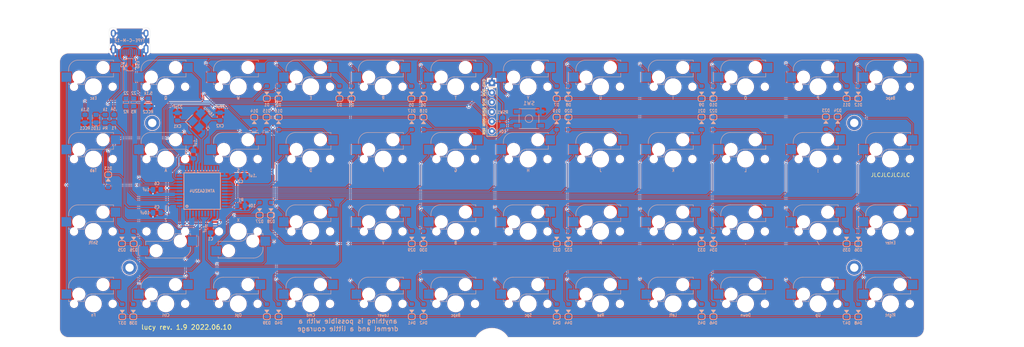
<source format=kicad_pcb>
(kicad_pcb (version 20211014) (generator pcbnew)
  (layers (0 "F.Cu" signal) (31 "B.Cu" signal) (34 "B.Paste" user) (35 "F.Paste" user) (36 "B.SilkS" user "B.Silkscreen") (37 "F.SilkS" user "F.Silkscreen") (38 "B.Mask" user) (39 "F.Mask" user) (44 "Edge.Cuts" user))
  (net 0 "")
  (net 1 "Net-(D1-Pad2)")
  (net 2 "Net-(D2-Pad2)")
  (net 3 "Net-(D3-Pad2)")
  (net 4 "Net-(D4-Pad2)")
  (net 5 "Net-(D5-Pad2)")
  (net 6 "Net-(D6-Pad2)")
  (net 7 "Net-(D7-Pad2)")
  (net 8 "Net-(D8-Pad2)")
  (net 9 "Net-(D9-Pad2)")
  (net 10 "Net-(D10-Pad2)")
  (net 11 "Net-(D11-Pad2)")
  (net 12 "Net-(D12-Pad2)")
  (net 13 "Net-(D13-Pad2)")
  (net 14 "Net-(D14-Pad2)")
  (net 15 "Net-(D15-Pad2)")
  (net 16 "Net-(D16-Pad2)")
  (net 17 "Net-(D17-Pad2)")
  (net 18 "Net-(D18-Pad2)")
  (net 19 "Net-(D19-Pad2)")
  (net 20 "Net-(D20-Pad2)")
  (net 21 "Net-(D21-Pad2)")
  (net 22 "Net-(D22-Pad2)")
  (net 23 "Net-(D23-Pad2)")
  (net 24 "Net-(D24-Pad2)")
  (net 25 "Net-(D25-Pad2)")
  (net 26 "Net-(D26-Pad2)")
  (net 27 "Net-(D27-Pad2)")
  (net 28 "Net-(D28-Pad2)")
  (net 29 "Net-(D29-Pad2)")
  (net 30 "Net-(D30-Pad2)")
  (net 31 "Net-(D31-Pad2)")
  (net 32 "Net-(D32-Pad2)")
  (net 33 "Net-(D33-Pad2)")
  (net 34 "Net-(D34-Pad2)")
  (net 35 "Net-(D35-Pad2)")
  (net 36 "Net-(D36-Pad2)")
  (net 37 "Net-(D37-Pad2)")
  (net 38 "Net-(D38-Pad2)")
  (net 39 "Net-(D39-Pad2)")
  (net 40 "Net-(D40-Pad2)")
  (net 41 "Net-(D41-Pad2)")
  (net 42 "Net-(D42-Pad2)")
  (net 43 "Net-(D43-Pad2)")
  (net 44 "Net-(D44-Pad2)")
  (net 45 "Net-(D45-Pad2)")
  (net 46 "Net-(D46-Pad2)")
  (net 47 "Net-(D47-Pad2)")
  (net 48 "Net-(D48-Pad2)")
  (net 49 "VCC")
  (net 50 "Net-(C6-Pad1)")
  (net 51 "XTAL1")
  (net 52 "XTAL2")
  (net 53 "row0")
  (net 54 "row1")
  (net 55 "row2")
  (net 56 "row3")
  (net 57 "D-")
  (net 58 "D+")
  (net 59 "col0")
  (net 60 "col1")
  (net 61 "col2")
  (net 62 "col3")
  (net 63 "col4")
  (net 64 "col5")
  (net 65 "col6")
  (net 66 "col7")
  (net 67 "col8")
  (net 68 "col9")
  (net 69 "col10")
  (net 70 "col11")
  (net 71 "Net-(R1-Pad2)")
  (net 72 "VBUS")
  (net 73 "Net-(J1-PadB5)")
  (net 74 "Net-(J1-PadA5)")
  (net 75 "ISP_Reset")
  (net 78 "GND")
  (net 79 "Net-(LED1-Pad2)")
  (net 80 "DBUS-")
  (net 81 "DBUS+")
  (footprint "MX_Only:MXOnly-1U-Hotswap" (layer "F.Cu") (at 124.990225 53.19395)
    (fp_text reference "K3")
    (fp_text value "KEYSW")
  )
  (footprint "MX_Only:MXOnly-1U-Hotswap" (layer "F.Cu") (at 201.190225 53.19395)
    (fp_text reference "K7")
    (fp_text value "KEYSW")
  )
  (footprint "MX_Only:MXOnly-1U-Hotswap" (layer "F.Cu") (at 182.140225 53.19395)
    (fp_text reference "K6")
    (fp_text value "KEYSW")
  )
  (footprint "MX_Only:MXOnly-1U-Hotswap" (layer "F.Cu") (at 163.090225 53.19395)
    (fp_text reference "K5")
    (fp_text value "KEYSW")
  )
  (footprint "MX_Only:MXOnly-1U-Hotswap" (layer "F.Cu") (at 86.890225 53.19395)
    (fp_text reference "K1")
    (fp_text value "KEYSW")
  )
  (footprint "MX_Only:MXOnly-1U-Hotswap" (layer "F.Cu") (at 220.240225 53.19395)
    (fp_text reference "K8")
    (fp_text value "KEYSW")
  )
  (footprint "MX_Only:MXOnly-1U-Hotswap" (layer "F.Cu") (at 239.290225 53.19395)
    (fp_text reference "K9")
    (fp_text value "KEYSW")
  )
  (footprint "MX_Only:MXOnly-1U-Hotswap" (layer "F.Cu") (at 86.890225 72.24395)
    (fp_text reference "K13")
    (fp_text value "KEYSW")
  )
  (footprint "MX_Only:MXOnly-1U-Hotswap" (layer "F.Cu") (at 105.940225 72.24395)
    (fp_text reference "K14")
    (fp_text value "KEYSW")
  )
  (footprint "MX_Only:MXOnly-1U-Hotswap" (layer "F.Cu") (at 144.045399 72.24395)
    (fp_text reference "K16")
    (fp_text value "KEYSW")
  )
  (footprint "MX_Only:MXOnly-1U-Hotswap" (layer "F.Cu") (at 277.390225 53.19395)
    (fp_text reference locked "K11")
    (fp_text value "KEYSW")
  )
  (footprint "MX_Only:MXOnly-1U-Hotswap" (layer "F.Cu") (at 163.090225 72.24395)
    (fp_text reference "K17")
    (fp_text value "KEYSW")
  )
  (footprint "MX_Only:MXOnly-1U-Hotswap" (layer "F.Cu") (at 182.140225 72.24395)
    (fp_text reference "K18")
    (fp_text value "KEYSW")
  )
  (footprint "MX_Only:MXOnly-1U-Hotswap" (layer "F.Cu") (at 201.190225 72.24395)
    (fp_text reference "K19")
    (fp_text value "KEYSW")
  )
  (footprint "MX_Only:MXOnly-1U-Hotswap" (layer "F.Cu") (at 105.940225 110.34395)
    (fp_text reference "K38")
    (fp_text value "KEYSW")
  )
  (footprint "MX_Only:MXOnly-1U-Hotswap" (layer "F.Cu") (at 124.990225 110.34395)
    (fp_text reference "K39")
    (fp_text value "KEYSW")
  )
  (footprint "MX_Only:MXOnly-1U-Hotswap" (layer "F.Cu") (at 144.040225 110.34395)
    (fp_text reference locked "K40")
    (fp_text value "KEYSW")
  )
  (footprint "MX_Only:MXOnly-1U-Hotswap" (layer "F.Cu") (at 163.090225 110.34395)
    (fp_text reference locked "K41")
    (fp_text value "KEYSW")
  )
  (footprint "MX_Only:MXOnly-1U-Hotswap" (layer "F.Cu") (at 182.140225 110.34395)
    (fp_text reference "K42")
    (fp_text value "KEYSW")
  )
  (footprint "MX_Only:MXOnly-1U-Hotswap" (layer "F.Cu") (at 220.240225 110.34395)
    (fp_text reference "K44")
    (fp_text value "KEYSW")
  )
  (footprint "MX_Only:MXOnly-1U-Hotswap" (layer "F.Cu") (at 239.290225 110.34395)
    (fp_text reference "K45")
    (fp_text value "KEYSW")
  )
  (footprint "MX_Only:MXOnly-1U-Hotswap" (layer "F.Cu") (at 258.340225 110.34395)
    (fp_text reference "K46")
    (fp_text value "KEYSW")
  )
  (footprint "MX_Only:MXOnly-1U-Hotswap" (layer "F.Cu") (at 277.390225 110.34395)
    (fp_text reference "K47")
    (fp_text value "KEYSW")
  )
  (footprint "MX_Only:MXOnly-1U-Hotswap" (layer "F.Cu") (at 201.190225 110.34395)
    (fp_text reference "K43")
    (fp_text value "KEYSW")
  )
  (footprint "MX_Only:MXOnly-1U-Hotswap" (layer "F.Cu") (at 277.390225 91.29395)
    (fp_text reference locked "K35")
    (fp_text value "KEYSW")
  )
  (footprint "MX_Only:MXOnly-1U-Hotswap" (layer "F.Cu") (at 258.340225 91.29395)
    (fp_text reference "K34")
    (fp_text value "KEYSW")
  )
  (footprint "MX_Only:MXOnly-1U-Hotswap" (layer "F.Cu") (at 220.240225 91.29395)
    (fp_text reference "K32")
    (fp_text value "KEYSW")
  )
  (footprint "MX_Only:MXOnly-1U-Hotswap" (layer "F.Cu") (at 182.140225 91.29395)
    (fp_text reference "K30")
    (fp_text value "KEYSW")
  )
  (footprint "MX_Only:MXOnly-1U-Hotswap" (layer "F.Cu") (at 144.040225 91.29395)
    (fp_text reference "K28")
    (fp_text value "KEYSW")
  )
  (footprint "MX_Only:MXOnly-1U-Hotswap" (layer "F.Cu") (at 86.890225 91.29395)
    (fp_text reference "K25")
    (fp_text value "KEYSW")
  )
  (footprint "MX_Only:MXOnly-1U-Hotswap" (layer "F.Cu") (at 163.090225 91.29395)
    (fp_text reference "K29")
    (fp_text value "KEYSW")
  )
  (footprint "MX_Only:MXOnly-1U-Hotswap" (layer "F.Cu") (at 296.440225 72.24395)
    (fp_text reference "K24")
    (fp_text value "KEYSW")
  )
  (footprint "MX_Only:MXOnly-1U-Hotswap" (layer "F.Cu") (at 124.990225 91.29395 180)
    (fp_text reference "K27")
    (fp_text value "KEYSW")
  )
  (footprint "MX_Only:MXOnly-1U-Hotswap" (layer "F.Cu") (at 105.940225 91.29395 180)
    (fp_text reference "K26")
    (fp_text value "KEYSW")
  )
  (footprint "MX_Only:MXOnly-1U-Hotswap" (layer "F.Cu") (at 258.340225 72.24395)
    (fp_text reference locked "K22")
    (fp_text value "KEYSW")
  )
  (footprint "MX_Only:MXOnly-1U-Hotswap" (layer "F.Cu") (at 239.290225 72.24395)
    (fp_text reference "K21")
    (fp_text value "KEYSW")
  )
  (footprint "MX_Only:MXOnly-1U-Hotswap" (layer "F.Cu") (at 277.390225 72.24395)
    (fp_text reference "K23")
    (fp_text value "KEYSW")
  )
  (footprint "MX_Only:MXOnly-1U-Hotswap" (layer "F.Cu") (at 296.440225 110.34395)
    (fp_text reference "K48")
    (fp_text value "KEYSW")
  )
  (footprint "MX_Only:MXOnly-1U-Hotswap" (layer "F.Cu") (at 296.440225 91.29395)
    (fp_text reference "K36")
    (fp_text value "KEYSW")
  )
  (footprint "MX_Only:MXOnly-1U-Hotswap" (layer "F.Cu") (at 296.440225 53.19395)
    (fp_text reference "K12")
    (fp_text value "KEYSW")
  )
  (footprint "MX_Only:MXOnly-1U-Hotswap" (layer "F.Cu") (at 105.940225 53.19395)
    (fp_text reference "K2")
    (fp_text value "KEYSW")
  )
  (footprint "MX_Only:MXOnly-1U-Hotswap" (layer "F.Cu") (at 144.040225 53.19395)
    (fp_text reference "K4")
    (fp_text value "KEYSW")
  )
  (footprint "MX_Only:MXOnly-1U-Hotswap" (layer "F.Cu") (at 201.190225 91.29395)
    (fp_text reference "K31")
    (fp_text value "KEYSW")
  )
  (footprint "MX_Only:MXOnly-1U-Hotswap" (layer "F.Cu") (at 239.290225 91.29395)
    (fp_text reference "K33")
    (fp_text value "KEYSW")
  )
  (footprint "MX_Only:MXOnly-1U-Hotswap" (layer "F.Cu") (at 86.890225 110.34395)
    (fp_text reference "K37")
    (fp_text value "KEYSW")
  )
  (footprint "MX_Only:MXOnly-1U-Hotswap" (layer "F.Cu") (at 258.340225 53.19395)
    (fp_text reference "K10")
    (fp_text value "KEYSW")
  )
  (footprint "MX_Only:MXOnly-1U-Hotswap" (layer "F.Cu") (at 124.990225 72.24395)
    (fp_text reference "K15")
    (fp_text value "KEYSW")
  )
  (footprint "MX_Only:MXOnly-1U-Hotswap" (layer "F.Cu") (at 220.240225 72.24395)
    (fp_text reference "K20")
    (fp_text value "KEYSW")
  )
  (footprint "MountingHole:MountingHole_2.2mm_M2_DIN965_Pad" (layer "F.Cu") (at 286.915401 62.718966)
    (fp_text reference "H7")
    (fp_text value "MountingHole")
  )
  (footprint "MountingHole:MountingHole_2.2mm_M2_DIN965_Pad" (layer "F.Cu") (at 102.368371 62.718966)
    (fp_text reference "H6")
    (fp_text value "MountingHole")
  )
  (footprint "MountingHole:MountingHole_2.2mm_M2_DIN965_Pad" (layer "F.Cu") (at 286.915401 100.818998)
    (fp_text reference "H9")
    (fp_text value "MountingHole")
  )
  (footprint "MountingHole:MountingHole_2.2mm_M2_DIN965_Pad" (layer "F.Cu") (at 96.415241 100.818998)
    (fp_text reference "H8")
    (fp_text value "MountingHole")
  )
  (footprint "Capacitor_SMD:C_0805_2012Metric_Pad1.15x1.40mm_HandSolder" (layer "B.Cu") (at 117.690625 90.55625 -90)
    (fp_text reference "C1")
    (fp_text value ".1uF")
  )
  (footprint "Keeb_footprints:D_SOD-123_modified" (layer "B.Cu") (at 97.490625 92.85625 90)
    (fp_text reference "D26")
    (fp_text value "D")
  )
  (footprint "Keeb_footprints:D_SOD-123_modified" (layer "B.Cu") (at 208.681415 62.85625 -90)
    (fp_text reference "D19")
    (fp_text value "D")
  )
  (footprint "Keeb_footprints:D_SOD-123_modified" (layer "B.Cu") (at 170.581415 62.85625 -90)
    (fp_text reference "D17")
    (fp_text value "D")
  )
  (footprint "Keeb_footprints:D_SOD-123_modified" (layer "B.Cu") (at 135.581415 62.85625 -90)
    (fp_text reference "D16")
    (fp_text value "D")
  )
  (footprint "Keeb_footprints:D_SOD-123_modified" (layer "B.Cu") (at 129.190625 62.85625 -90)
    (fp_text reference "D14")
    (fp_text value "D")
  )
  (footprint "Keeb_footprints:D_SOD-123_modified" (layer "B.Cu") (at 284.890625 54.65625 90)
    (fp_text reference "D11")
    (fp_text value "D")
  )
  (footprint "Keeb_footprints:D_SOD-123_modified" (layer "B.Cu") (at 249.881415 54.65625 90)
    (fp_text reference "D10")
    (fp_text value "D")
  )
  (footprint "Keeb_footprints:D_SOD-123_modified" (layer "B.Cu") (at 211.781415 54.65625 90)
    (fp_text reference "D8")
    (fp_text value "D")
  )
  (footprint "Keeb_footprints:D_SOD-123_modified" (layer "B.Cu") (at 208.681415 54.65625 90)
    (fp_text reference "D7")
    (fp_text value "D")
  )
  (footprint "Keeb_footprints:D_SOD-123_modified" (layer "B.Cu") (at 173.651789 54.683377 90)
    (fp_text reference "D6")
    (fp_text value "D")
  )
  (footprint "Keeb_footprints:D_SOD-123_modified" (layer "B.Cu") (at 170.476789 54.683377 90)
    (fp_text reference "D5")
    (fp_text value "D")
  )
  (footprint "Keeb_footprints:D_SOD-123_modified" (layer "B.Cu") (at 154.751789 54.65625 90)
    (fp_text reference "D4")
    (fp_text value "D")
  )
  (footprint "Keeb_footprints:D_SOD-123_modified" (layer "B.Cu") (at 287.990625 112.1 90)
    (fp_text reference "D48")
    (fp_text value "D")
  )
  (footprint "Keeb_footprints:D_SOD-123_modified" (layer "B.Cu") (at 284.890625 112.1 90)
    (fp_text reference "D47")
    (fp_text value "D")
  )
  (footprint "Keeb_footprints:D_SOD-123_modified" (layer "B.Cu") (at 249.890625 112.063123 90)
    (fp_text reference "D46")
    (fp_text value "D")
  )
  (footprint "Keeb_footprints:D_SOD-123_modified" (layer "B.Cu") (at 246.790625 112.05625 90)
    (fp_text reference "D45")
    (fp_text value "D")
  )
  (footprint "Keeb_footprints:D_SOD-123_modified" (layer "B.Cu") (at 211.783999 112.05625 90)
    (fp_text reference "D44")
    (fp_text value "D")
  )
  (footprint "Keeb_footprints:D_SOD-123_modified" (layer "B.Cu") (at 208.7 112.05625 90)
    (fp_text reference "D43")
    (fp_text value "D")
  )
  (footprint "Keeb_footprints:D_SOD-123_modified" (layer "B.Cu") (at 211.790625 92.85625 90)
    (fp_text reference "D32")
    (fp_text value "D")
  )
  (footprint "Keeb_footprints:D_SOD-123_modified" (layer "B.Cu") (at 279.465225 62.75625 -90)
    (fp_text reference "D23")
    (fp_text value "D")
  )
  (footprint "Keeb_footprints:D_SOD-123_modified" (layer "B.Cu") (at 208.690625 92.85625 90)
    (fp_text reference "D31")
    (fp_text value "D")
  )
  (footprint "Keeb_footprints:D_SOD-123_modified" (layer "B.Cu") (at 170.585999 92.85625 90)
    (fp_text reference "D29")
    (fp_text value "D")
  )
  (footprint "Keeb_footprints:D_SOD-123_modified" (layer "B.Cu") (at 130.590625 85.35625 90)
    (fp_text reference "D27")
    (fp_text value "D")
  )
  (footprint "Keeb_footprints:D_SOD-123_modified" (layer "B.Cu") (at 282.565225 62.75625 -90)
    (fp_text reference "D24")
    (fp_text value "D")
  )
  (footprint "Keeb_footprints:D_SOD-123_modified" (layer "B.Cu") (at 284.890625 92.85625 90)
    (fp_text reference "D35")
    (fp_text value "D")
  )
  (footprint "Keeb_footprints:D_SOD-123_modified" (layer "B.Cu") (at 249.890625 92.85625 90)
    (fp_text reference "D34")
    (fp_text value "D")
  )
  (footprint "Keeb_footprints:D_SOD-123_modified" (layer "B.Cu") (at 246.790625 92.85625 90)
    (fp_text reference "D33")
    (fp_text value "D")
  )
  (footprint "Keeb_footprints:D_SOD-123_modified" (layer "B.Cu") (at 173.690625 112.05625 90)
    (fp_text reference "D42")
    (fp_text value "D")
  )
  (footprint "Keeb_footprints:D_SOD-123_modified" (layer "B.Cu") (at 151.576789 54.65625 90)
    (fp_text reference "D3")
    (fp_text value "D")
  )
  (footprint "Keeb_footprints:D_SOD-123_modified" (layer "B.Cu") (at 211.781415 62.85625 -90)
    (fp_text reference "D20")
    (fp_text value "D")
  )
  (footprint "Keeb_footprints:ICSP-Header_small_pins" (layer "B.Cu") (at 191.665313 52.201767 180)
    (fp_text reference "J2" hide)
    (fp_text value "AVR-ISP-6_mod")
  )
  (footprint "Keeb_footprints:D_SOD-123_modified" (layer "B.Cu") (at 287.990625 54.65625 90)
    (fp_text reference "D12")
    (fp_text value "D")
  )
  (footprint "random-keyboard-parts:SKQG-1155865" (layer "B.Cu") (at 201.4 61.59395)
    (fp_text reference "SW1")
    (fp_text value "SW_PUSH")
  )
  (footprint "Keebio-Parts:ATMEGA32U4-AU" (layer "B.Cu") (at 115.490625 80.65625)
    (fp_text reference "U1")
    (fp_text value "ATMEGA32U4")
  )
  (footprint "Capacitor_SMD:C_0805_2012Metric_Pad1.15x1.40mm_HandSolder" (layer "B.Cu") (at 113.190625 71.05625 90)
    (fp_text reference "C3")
    (fp_text value ".1uF")
  )
  (footprint "Capacitor_SMD:C_0805_2012Metric_Pad1.15x1.40mm_HandSolder" (layer "B.Cu") (at 120.190625 61.05625 90)
    (fp_text reference "CX2")
    (fp_text value "22pF")
  )
  (footprint "Capacitor_SMD:C_0805_2012Metric_Pad1.15x1.40mm_HandSolder" (layer "B.Cu") (at 108.990225 61.09395 90)
    (fp_text reference "CX1")
    (fp_text value "22pF")
  )
  (footprint "Crystal:Crystal_SMD_3225-4Pin_3.2x2.5mm_HandSoldering" (layer "B.Cu") (at 114.890625 62.05625 45)
    (fp_text reference "Y1")
    (fp_text value "16MHz")
  )
  (footprint "Fuse:Fuse_0805_2012Metric_Pad1.15x1.40mm_HandSolder" (layer "B.Cu") (at 92.290225 61.59395 90)
    (fp_text reference "F1")
    (fp_text value ".5A")
  )
  (footprint "Keeb_footprints:TYPE-C-31-M-12" (layer "B.Cu") (at 96.439825 44.814877)
    (fp_text reference "J1")
    (fp_text value "TYPE-C-31-M12_13")
  )
  (footprint "Resistor_SMD:R_0805_2012Metric_Pad1.15x1.40mm_HandSolder" (layer "B.Cu") (at 97.490625 57.29395 90)
    (fp_text reference "R3")
    (fp_text value "22")
  )
  (footprint "Resistor_SMD:R_0805_2012Metric_Pad1.15x1.40mm_HandSolder" (layer "B.Cu") (at 84.689825 61.59395 90)
    (fp_text reference "RCC1")
    (fp_text value "5.1k")
  )
  (footprint "Resistor_SMD:R_0805_2012Metric_Pad1.15x1.40mm_HandSolder" (layer "B.Cu") (at 89.989825 61.59395 -90)
    (fp_text reference "R4")
    (fp_text value "1k")
  )
  (footprint "LED_SMD:LED_0805_2012Metric_Pad1.15x1.40mm_HandSolder" (layer "B.Cu") (at 87.589825 61.59395 90)
    (fp_text reference "LED1")
    (fp_text value "LED")
  )
  (footprint "Keeb_footprints:D_SOD-123_modified" (layer "B.Cu") (at 135.590625 112.05625 90)
    (fp_text reference "D40")
    (fp_text value "D")
  )
  (footprint "Keeb_footprints:D_SOD-123_modified" (layer "B.Cu") (at 132.490625 112.063123 90)
    (fp_text reference "D39")
    (fp_text value "D")
  )
  (footprint "Capacitor_SMD:C_0805_2012Metric_Pad1.15x1.40mm_HandSolder" (layer "B.Cu") (at 125.590625 76.55625)
    (fp_text reference "C2")
    (fp_text value ".1uF")
  )
  (footprint "Resistor_SMD:R_0805_2012Metric_Pad1.15x1.40mm_HandSolder" (layer "B.Cu") (at 95.490625 57.29395 90)
    (fp_text reference "R2")
    (fp_text value "22")
  )
  (footprint "Capacitor_SMD:C_0805_2012Metric_Pad1.15x1.40mm_HandSolder" (layer "B.Cu") (at 103.590625 86.35625 180)
    (fp_text reference "C5")
    (fp_text value "10uF")
  )
  (footprint "Capacitor_SMD:C_0805_2012Metric_Pad1.15x1.40mm_HandSolder" (layer "B.Cu") (at 103.590625 80.25625 180)
    (fp_text reference "C6")
    (fp_text value "1uF")
  )
  (footprint "Resistor_SMD:R_0805_2012Metric_Pad1.15x1.40mm_HandSolder" (layer "B.Cu") (at 125.690625 84.5 180)
    (fp_text reference "R1")
    (fp_text value "10k")
  )
  (footprint "Keeb_footprints:D_SOD-123_modified" (layer "B.Cu") (at 90.790225 77.99395 -90)
    (fp_text reference "D13")
    (fp_text value "D")
  )
  (footprint "Keeb_footprints:D_SOD-123_modified" (layer "B.Cu") (at 94.490225 112.09395 90)
    (fp_text reference "D37")
    (fp_text value "D")
  )
  (footprint "Keeb_footprints:D_SOD-123_modified" (layer "B.Cu") (at 97.390225 112.09395 90)
    (fp_text reference "D38")
    (fp_text value "D")
  )
  (footprint "Keeb_footprints:D_SOD-123_modified" (layer "B.Cu") (at 170.590625 112.05625 90)
    (fp_text reference "D41")
    (fp_text value "D")
  )
  (footprint "Keeb_footprints:D_SOD-123_modified" (layer "B.Cu") (at 133.590625 85.35625 90)
    (fp_text reference "D28")
    (fp_text value "D")
  )
  (footprint "Keeb_footprints:D_SOD-123_modified" (layer "B.Cu") (at 173.65 92.85625 90)
    (fp_text reference "D30")
    (fp_text value "D")
  )
  (footprint "Keeb_footprints:D_SOD-123_modified" (layer "B.Cu") (at 287.990625 92.85625 90)
    (fp_text reference "D36")
    (fp_text value "D")
  )
  (footprint "Keeb_footprints:D_SOD-123_modified" (layer "B.Cu") (at 94.390625 92.85625 90)
    (fp_text reference "D25")
    (fp_text value "D")
  )
  (footprint "Keeb_footprints:D_SOD-123_modified" (layer "B.Cu") (at 135.581415 54.65625 90)
    (fp_text reference "D2")
    (fp_text value "D")
  )
  (footprint "Keeb_footprints:D_SOD-123_modified" (layer "B.Cu") (at 246.781415 54.65625 90)
    (fp_text reference "D9")
    (fp_text value "D")
  )
  (footprint "Keeb_footprints:D_SOD-123_modified" (layer "B.Cu") (at 132.490625 54.64995 90)
    (fp_text reference "D1")
    (fp_text value "D")
  )
  (footprint "Resistor_SMD:R_0805_2012Metric_Pad1.15x1.40mm_HandSolder" (layer "B.Cu") (at 194.490225 62.39395 90)
    (fp_text reference "RSW1")
    (fp_text value "10k")
  )
  (footprint "Keeb_footprints:D_SOD-123_modified" (layer "B.Cu") (at 249.881415 62.85625 -90)
    (fp_text reference "D22")
    (fp_text value "D")
  )
  (footprint "Keeb_footprints:D_SOD-123_modified" (layer "B.Cu") (at 246.781415 62.85625 -90)
    (fp_text reference "D21")
    (fp_text value "D")
  )
  (footprint "Keeb_footprints:D_SOD-123_modified" (layer "B.Cu") (at 173.681415 62.85625 -90)
    (fp_text reference "D18")
    (fp_text value "D")
  )
  (footprint "Keeb_footprints:D_SOD-123_modified" (layer "B.Cu") (at 132.431415 62.85625 -90)
    (fp_text reference "D15")
    (fp_text value "D")
  )
  (footprint "Resistor_SMD:R_0805_2012Metric_Pad1.15x1.40mm_HandSolder" (layer "B.Cu") (at 101.290225 57.29395 90)
    (fp_text reference "RCC2")
    (fp_text value "5.1k")
  )
  (footprint "Keebio-Parts:SOT-143B" (layer "B.Cu") (at 96.490625 47.39395 -90)
    (fp_text reference "U2")
    (fp_text value "PRTR5V0U2X" hide)
  )
  (gr_arc (start 77.96053 46.645507) (mid 78.657985 44.961702) (end 80.34179 44.264247) (layer "Edge.Cuts") (width 0.05))
  (gr_line (start 101.77305 38.311125) (end 101.77305 43.668942) (layer "Edge.Cuts") (width 0.05))
  (gr_arc (start 91.057416 38.311125) (mid 91.231779 37.890175) (end 91.652729 37.715812) (layer "Edge.Cuts") (width 0.05))
  (gr_arc (start 305.370104 116.892441) (mid 304.672649 118.576246) (end 302.988844 119.273701) (layer "Edge.Cuts") (width 0.05))
  (gr_line (start 302.988844 44.264247) (end 102.368363 44.264255) (layer "Edge.Cuts") (width 0.05))
  (gr_arc (start 101.177737 37.715812) (mid 101.598687 37.890175) (end 101.77305 38.311125) (layer "Edge.Cuts") (width 0.05))
  (gr_line (start 90.462103 44.264255) (end 80.34179 44.264247) (layer "Edge.Cuts") (width 0.05))
  (gr_line (start 305.370104 46.645507) (end 305.370104 116.892441) (layer "Edge.Cuts") (width 0.05))
  (gr_arc (start 102.368363 44.264255) (mid 101.947413 44.089892) (end 101.77305 43.668942) (layer "Edge.Cuts") (width 0.05))
  (gr_line (start 195.832511 119.273701) (end 302.988844 119.273701) (layer "Edge.Cuts") (width 0.05))
  (gr_line (start 80.341782 119.273701) (end 187.498131 119.273701) (layer "Edge.Cuts") (width 0.05))
  (gr_line (start 91.652729 37.715812) (end 101.177737 37.715812) (layer "Edge.Cuts") (width 0.05))
  (gr_arc (start 187.498131 119.273701) (mid 191.665321 116.855387) (end 195.832511 119.273701) (layer "Edge.Cuts") (width 0.05))
  (gr_line (start 77.96053 46.645507) (end 77.960522 116.892441) (layer "Edge.Cuts") (width 0.05))
  (gr_arc (start 80.341782 119.273701) (mid 78.657977 118.576246) (end 77.960522 116.892441) (layer "Edge.Cuts") (width 0.05))
  (gr_arc (start 91.057416 43.668942) (mid 90.883053 44.089892) (end 90.462103 44.264255) (layer "Edge.Cuts") (width 0.05))
  (gr_line (start 91.057416 43.668942) (end 91.057416 38.311125) (layer "Edge.Cuts") (width 0.05))
  (gr_arc (start 302.988844 44.264247) (mid 304.672649 44.961702) (end 305.370104 46.645507) (layer "Edge.Cuts") (width 0.05))
  (gr_text "16MHz" (at 117.251188 59.742393 315) (layer "B.SilkS") (effects (font (size 0.8 0.7)) (justify mirror)))
  (gr_text "Y" (at 201.190329 56.170523) (layer "B.SilkS") (effects (font (size 0.8 0.7)) (justify mirror)))
  (gr_text "F" (at 163.090297 75.220539) (layer "B.SilkS") (effects (font (size 0.8 0.7)) (justify mirror)))
  (gr_text "T" (at 182.140313 56.170523) (layer "B.SilkS") (effects (font (size 0.8 0.7)) (justify mirror)))
  (gr_text "." (at 258.340377 94.270555) (layer "B.SilkS") (effects (font (size 0.8 0.7)) (justify mirror)))
  (gr_text "Ctrl" (at 105.940249 113.320571) (layer "B.SilkS") (effects (font (size 0.8 0.7)) (justify mirror)))
  (gr_text "Spc" (at 201.190329 113.320571) (layer "B.SilkS") (effects (font (size 0.8 0.7)) (justify mirror)))
  (gr_text "U" (at 220.240345 56.170523) (layer "B.SilkS") (effects (font (size 0.8 0.7)) (justify mirror)))
  (gr_text "A" (at 105.940249 75.220539) (layer "B.SilkS") (effects (font (size 0.8 0.7)) (justify mirror)))
  (gr_text "X" (at 124.990265 88.317425) (layer "B.SilkS") (effects (font (size 0.8 0.7)) (justify mirror)))
  (gr_text "Left" (at 239.290361 113.320571) (layer "B.SilkS") (effects (font (size 0.8 0.7)) (justify mirror)))
  (gr_text "Rse" (at 220.240345 113.320571) (layer "B.SilkS") (effects (font (size 0.8 0.7)) (justify mirror)))
  (gr_text "R" (at 163.090297 56.170523) (layer "B.SilkS") (effects (font (size 0.8 0.7)) (justify mirror)))
  (gr_text "Esc" (at 86.890233 56.170523) (layer "B.SilkS") (effects (font (size 0.8 0.7)) (justify mirror)))
  (gr_text "'" (at 296.440409 75.220539) (layer "B.SilkS") (effects (font (size 0.8 0.7)) (justify mirror)))
  (gr_text "anything is possible with a\ndremel and a little courage" (at 153.790225 115.89395) (layer "B.SilkS") (effects (font (size 1.25 1.25) (thickness 0.2)) (justify mirror)))
  (gr_text "Up" (at 277.390393 113.320571) (layer "B.SilkS") (effects (font (size 0.8 0.7)) (justify mirror)))
  (gr_text "," (at 239.290361 94.270555) (layer "B.SilkS") (effects (font (size 0.8 0.7)) (justify mirror)))
  (gr_text "P" (at 277.390393 56.170523) (layer "B.SilkS") (effects (font (size 0.8 0.7)) (justify mirror)))
  (gr_text "O" (at 258.340377 56.170523) (layer "B.SilkS") (effects (font (size 0.8 0.7)) (justify mirror)))
  (gr_text "Right" (at 296.440409 113.320571) (layer "B.SilkS") (effects (font (size 0.8 0.7)) (justify mirror)))
  (gr_text "B" (at 182.140313 94.270555) (layer "B.SilkS") (effects (font (size 0.8 0.7)) (justify mirror)))
  (gr_text "E" (at 144.040281 56.170523) (layer "B.SilkS") (effects (font (size 0.8 0.7)) (justify mirror)))
  (gr_text "Opt" (at 124.990265 113.320571) (layer "B.SilkS") (effects (font (size 0.8 0.7)) (justify mirror)))
  (gr_text "G" (at 182.140313 75.220539) (layer "B.SilkS") (effects (font (size 0.8 0.7)) (justify mirror)))
  (gr_text "Enter" (at 296.440409 94.270555) (layer "B.SilkS") (effects (font (size 0.8 0.7)) (justify mirror)))
  (gr_text "Cmd" (at 144.040281 113.320571) (layer "B.SilkS") (effects (font (size 0.8 0.7)) (justify mirror)))
  (gr_text "Q" (at 105.940249 56.170523) (layer "B.SilkS") (effects (font (size 0.8 0.7)) (justify mirror)))
  (gr_text "Tab" (at 86.890233 75.220539) (layer "B.SilkS") (effects (font (size 0.8 0.7)) (justify mirror)))
  (gr_text "Fn" (at 86.890233 113.320571) (layer "B.SilkS") (effects (font (size 0.8 0.7)) (justify mirror)))
  (gr_text "W" (at 124.990265 56.170523) (layer "B.SilkS") (effects (font (size 0.8 0.7)) (justify mirror)))
  (gr_text "S" (at 124.990265 75.220539) (layer "B.SilkS") (effects (font (size 0.8 0.7)) (justify mirror)))
  (gr_text "D" (at 144.040281 75.220539) (layer "B.SilkS") (effects (font (size 0.8 0.7)) (justify mirror)))
  (gr_text "/" (at 277.390393 94.270555) (layer "B.SilkS") (effects (font (size 0.8 0.7)) (justify mirror)))
  (gr_text "Bspc" (at 296.440409 56.170523) (layer "B.SilkS") (effects (font (size 0.8 0.7)) (justify mirror)))
  (gr_text "K" (at 239.290361 75.220539) (layer "B.SilkS") (effects (font (size 0.8 0.7)) (justify mirror)))
  (gr_text "Z" (at 105.940249 88.317425) (layer "B.SilkS") (effects (font (size 0.8 0.7)) (justify mirror)))
  (gr_text "C" (at 144.040281 94.270555) (layer "B.SilkS") (effects (font (size 0.8 0.7)) (justify mirror)))
  (gr_text "H" (at 201.190329 75.220539) (layer "B.SilkS") (effects (font (size 0.8 0.7)) (justify mirror)))
  (gr_text "L" (at 258.340377 75.220539) (layer "B.SilkS") (effects (font (size 0.8 0.7)) (justify mirror)))
  (gr_text "Lower" (at 163.090297 113.320571) (layer "B.SilkS") (effects (font (size 0.8 0.7)) (justify mirror)))
  (gr_text "Bspc" (at 182.140313 113.320571) (layer "B.SilkS") (effects (font (size 0.8 0.7)) (justify mirror)))
  (gr_text "M" (at 220.240345 94.270555) (layer "B.SilkS") (effects (font (size 0.8 0.7)) (justify mirror)))
  (gr_text ";" (at 277.390393 75.220539) (layer "B.SilkS") (effects (font (size 0.8 0.7)) (justify mirror)))
  (gr_text "I" (at 239.290361 56.170523) (layer "B.SilkS") (effects (font (size 0.8 0.7)) (justify mirror)))
  (gr_text "J" (at 220.240345 75.220539) (layer "B.SilkS") (effects (font (size 0.8 0.7)) (justify mirror)))
  (gr_text "Down" (at 258.340377 113.320571) (layer "B.SilkS") (effects (font (size 0.8 0.7)) (justify mirror)))
  (gr_text "V" (at 163.090297 94.270555) (layer "B.SilkS") (effects (font (size 0.8 0.7)) (justify mirror)))
  (gr_text "Shift" (at 86.890233 94.270555) (layer "B.SilkS") (effects (font (size 0.8 0.7)) (justify mirror)))
  (gr_text "lucy rev. 1.9 2022.06.10" (at 111.38288 116.5) (layer "F.SilkS") (effects (font (size 1.25 1.25) (thickness 0.2))))
  (gr_text "JLCJLCJLCJLC" (at 296.440409 76.411165) (layer "F.SilkS") (effects (font (size 1 1))))
  (segment (start 115.90658 56.68132) (end 115.29395 57.29395) (width 0.25) (layer "F.Cu") (net 1))
  (segment (start 115.90658 55.090767) (end 115.90658 56.68132) (width 0.25) (layer "F.Cu") (net 1))
  (segment (start 94.390225 57.29395) (end 115.29395 57.29395) (width 0.25) (layer "F.Cu") (net 1))
  (segment (start 93.990225 57.69395) (end 94.390225 57.29395) (width 0.25) (layer "F.Cu") (net 1))
  (segment (start 90.690225 57.69395) (end 93.990225 57.69395) (width 0.25) (layer "F.Cu") (net 1))
  (via (at 115.90658 55.090767) (size 0.65) (drill 0.35) (layers "F.Cu" "B.Cu") (net 1))
  (via (at 90.690225 57.69395) (size 0.65) (drill 0.35) (layers "F.Cu" "B.Cu") (net 1))
  (segment (start 128.779776 56.483501) (end 117.299314 56.483501) (width 0.25) (layer "B.Cu") (net 1))
  (segment (start 94.035705 53.905682) (end 92.818831 55.122556) (width 0.25) (layer "B.Cu") (net 1))
  (segment (start 132.263328 52.99995) (end 128.779776 56.483501) (width 0.25) (layer "B.Cu") (net 1))
  (segment (start 94.035705 49.41743) (end 94.035705 50.79395) (width 0.25) (layer "B.Cu") (net 1))
  (segment (start 92.732225 48.11395) (end 94.035705 49.41743) (width 0.25) (layer "B.Cu") (net 1))
  (segment (start 132.490625 52.99995) (end 132.263328 52.99995) (width 0.25) (layer "B.Cu") (net 1))
  (segment (start 90.690225 57.251162) (end 90.690225 57.69395) (width 0.25) (layer "B.Cu") (net 1))
  (segment (start 92.818831 55.122556) (end 90.690225 57.251162) (width 0.25) (layer "B.Cu") (net 1))
  (segment (start 94.035705 50.79395) (end 94.035705 53.905682) (width 0.25) (layer "B.Cu") (net 1))
  (segment (start 117.299314 56.483501) (end 115.90658 55.090767) (width 0.25) (layer "B.Cu") (net 1))
  (segment (start 114.990225 51.32195) (end 111.782225 48.11395) (width 0.25) (layer "B.Cu") (net 2))
  (segment (start 135.581415 53.00625) (end 134.087665 54.5) (width 0.25) (layer "B.Cu") (net 2))
  (segment (start 114.990225 51.32195) (end 114.990225 55.89395) (width 0.25) (layer "B.Cu") (net 2))
  (segment (start 128.902789 56.89721) (end 115.993485 56.89721) (width 0.25) (layer "B.Cu") (net 2))
  (segment (start 114.990225 55.89395) (end 115.993485 56.89721) (width 0.25) (layer "B.Cu") (net 2))
  (segment (start 131.3 54.5) (end 128.902789 56.89721) (width 0.25) (layer "B.Cu") (net 2))
  (segment (start 134.087665 54.5) (end 131.3 54.5) (width 0.25) (layer "B.Cu") (net 2))
  (segment (start 140.83577 46.23577) (end 145.4 50.8) (width 0.25) (layer "B.Cu") (net 3))
  (segment (start 130.832225 48.11395) (end 132.710405 46.23577) (width 0.25) (layer "B.Cu") (net 3))
  (segment (start 132.710405 46.23577) (end 140.83577 46.23577) (width 0.25) (layer "B.Cu") (net 3))
  (segment (start 145.4 50.8) (end 149.370539 50.8) (width 0.25) (layer "B.Cu") (net 3))
  (segment (start 149.370539 50.8) (end 151.576789 53.00625) (width 0.25) (layer "B.Cu") (net 3))
  (segment (start 154.751789 52.983514) (end 149.882225 48.11395) (width 0.25) (layer "B.Cu") (net 4))
  (segment (start 154.751789 53.00625) (end 154.751789 52.983514) (width 0.25) (layer "B.Cu") (net 4))
  (segment (start 168.932225 51.488813) (end 168.932225 48.11395) (width 0.25) (layer "B.Cu") (net 5))
  (segment (start 170.476789 53.033377) (end 168.932225 51.488813) (width 0.25) (layer "B.Cu") (net 5))
  (segment (start 172.86423 46.23577) (end 172.3 46.8) (width 0.25) (layer "B.Cu") (net 6))
  (segment (start 186.104045 46.23577) (end 172.86423 46.23577) (width 0.25) (layer "B.Cu") (net 6))
  (segment (start 172.3 46.8) (end 172.3 51.681588) (width 0.25) (layer "B.Cu") (net 6))
  (segment (start 187.982225 48.11395) (end 186.104045 46.23577) (width 0.25) (layer "B.Cu") (net 6))
  (segment (start 172.3 51.681588) (end 173.651789 53.033377) (width 0.25) (layer "B.Cu") (net 6))
  (segment (start 207.032225 48.11395) (end 207.032225 51.35706) (width 0.25) (layer "B.Cu") (net 7))
  (segment (start 207.032225 51.35706) (end 208.681415 53.00625) (width 0.25) (layer "B.Cu") (net 7))
  (segment (start 210.8 52.024835) (end 211.781415 53.00625) (width 0.25) (layer "B.Cu") (net 8))
  (segment (start 210.8 46.7) (end 210.8 52.024835) (width 0.25) (layer "B.Cu") (net 8))
  (segment (start 223.868275 45.9) (end 211.6 45.9) (width 0.25) (layer "B.Cu") (net 8))
  (segment (start 226.082225 48.11395) (end 223.868275 45.9) (width 0.25) (layer "B.Cu") (net 8))
  (segment (start 211.6 45.9) (end 210.8 46.7) (width 0.25) (layer "B.Cu") (net 8))
  (segment (start 245.132225 51.35706) (end 246.781415 53.00625) (width 0.25) (layer "B.Cu") (net 9))
  (segment (start 245.132225 48.11395) (end 245.132225 51.35706) (width 0.25) (layer "B.Cu") (net 9))
  (segment (start 261.968275 45.9) (end 250 45.9) (width 0.25) (layer "B.Cu") (net 10))
  (segment (start 250 45.9) (end 248.8 47.1) (width 0.25) (layer "B.Cu") (net 10))
  (segment (start 264.182225 48.11395) (end 261.968275 45.9) (width 0.25) (layer "B.Cu") (net 10))
  (segment (start 248.8 51.924835) (end 249.881415 53.00625) (width 0.25) (layer "B.Cu") (net 10))
  (segment (start 248.8 47.1) (end 248.8 51.924835) (width 0.25) (layer "B.Cu") (net 10))
  (segment (start 284.890625 53.00625) (end 283.232225 51.34785) (width 0.25) (layer "B.Cu") (net 11))
  (segment (start 283.232225 51.34785) (end 283.232225 48.11395) (width 0.25) (layer "B.Cu") (net 11))
  (segment (start 302.282225 48.11395) (end 299.924525 45.75625) (width 0.25) (layer "B.Cu") (net 12))
  (segment (start 288.190625 45.75625) (end 286.890625 47.05625) (width 0.25) (layer "B.Cu") (net 12))
  (segment (start 286.890625 47.05625) (end 286.890625 51.90625) (width 0.25) (layer "B.Cu") (net 12))
  (segment (start 299.924525 45.75625) (end 288.190625 45.75625) (width 0.25) (layer "B.Cu") (net 12))
  (segment (start 286.890625 51.90625) (end 287.990625 53.00625) (width 0.25) (layer "B.Cu") (net 12))
  (segment (start 90.790225 79.64395) (end 89.5 78.353725) (width 0.25) (layer "B.Cu") (net 13))
  (segment (start 89.5 78.353725) (end 89.5 70.396175) (width 0.25) (layer "B.Cu") (net 13))
  (segment (start 89.5 70.396175) (end 92.732225 67.16395) (width 0.25) (layer "B.Cu") (net 13))
  (segment (start 107.3 64.2) (end 107.3 58.3) (width 0.25) (layer "F.Cu") (net 14))
  (segment (start 110.7 65) (end 108.1 65) (width 0.25) (layer "F.Cu") (net 14))
  (segment (start 107.92653 57.67347) (end 117.546022 57.67347) (width 0.25) (layer "F.Cu") (net 14))
  (segment (start 117.546022 57.67347) (end 118.5 58.627448) (width 0.25) (layer "F.Cu") (net 14))
  (segment (start 107.3 58.3) (end 107.92653 57.67347) (width 0.25) (layer "F.Cu") (net 14))
  (segment (start 108.1 65) (end 107.3 64.2) (width 0.25) (layer "F.Cu") (net 14))
  (via (at 110.7 65) (size 0.65) (drill 0.35) (layers "F.Cu" "B.Cu") (net 14))
  (via (at 118.5 58.627448) (size 0.65) (drill 0.35) (layers "F.Cu" "B.Cu") (net 14))
  (segment (start 111.782225 67.16395) (end 111.782225 66.082225) (width 0.25) (layer "B.Cu") (net 14))
  (segment (start 111.782225 66.082225) (end 110.7 65) (width 0.25) (layer "B.Cu") (net 14))
  (segment (start 128.203902 64.50625) (end 129.190625 64.50625) (width 0.25) (layer "B.Cu") (net 14))
  (segment (start 118.5 58.627448) (end 122.3251 58.627448) (width 0.25) (layer "B.Cu") (net 14))
  (segment (start 122.3251 58.627448) (end 128.203902 64.50625) (width 0.25) (layer "B.Cu") (net 14))
  (segment (start 130.832225 66.10544) (end 130.832225 67.16395) (width 0.25) (layer "B.Cu") (net 15))
  (segment (start 132.431415 64.50625) (end 130.832225 66.10544) (width 0.25) (layer "B.Cu") (net 15))
  (segment (start 135.581415 64.50625) (end 147.229699 64.50625) (width 0.25) (layer "B.Cu") (net 16))
  (segment (start 147.229699 64.50625) (end 149.887399 67.16395) (width 0.25) (layer "B.Cu") (net 16))
  (segment (start 168.932225 66.15544) (end 168.932225 67.16395) (width 0.25) (layer "B.Cu") (net 17))
  (segment (start 170.581415 64.50625) (end 168.932225 66.15544) (width 0.25) (layer "B.Cu") (net 17))
  (segment (start 185.324525 64.50625) (end 187.982225 67.16395) (width 0.25) (layer "B.Cu") (net 18))
  (segment (start 173.681415 64.50625) (end 185.324525 64.50625) (width 0.25) (layer "B.Cu") (net 18))
  (segment (start 208.681415 65.51476) (end 207.032225 67.16395) (width 0.25) (layer "B.Cu") (net 19))
  (segment (start 208.681415 64.50625) (end 208.681415 65.51476) (width 0.25) (layer "B.Cu") (net 19))
  (segment (start 223.424525 64.50625) (end 226.082225 67.16395) (width 0.25) (layer "B.Cu") (net 20))
  (segment (start 211.781415 64.50625) (end 223.424525 64.50625) (width 0.25) (layer "B.Cu") (net 20))
  (segment (start 246.781415 64.50625) (end 246.781415 65.51476) (width 0.25) (layer "B.Cu") (net 21))
  (segment (start 246.781415 65.51476) (end 245.132225 67.16395) (width 0.25) (layer "B.Cu") (net 21))
  (segment (start 261.524525 64.50625) (end 264.182225 67.16395) (width 0.25) (layer "B.Cu") (net 22))
  (segment (start 249.881415 64.50625) (end 261.524525 64.50625) (width 0.25) (layer "B.Cu") (net 22))
  (segment (start 280.474525 64.40625) (end 283.232225 67.16395) (width 0.25) (layer "B.Cu") (net 23))
  (segment (start 279.465225 64.40625) (end 280.474525 64.40625) (width 0.25) (layer "B.Cu") (net 23))
  (segment (start 285.165225 59.84847) (end 288.608023 59.84847) (width 0.25) (layer "B.Cu") (net 24))
  (segment (start 288.608023 59.84847) (end 290.245323 61.48577) (width 0.25) (layer "B.Cu") (net 24))
  (segment (start 282.565225 62.44847) (end 285.165225 59.84847) (width 0.25) (layer "B.Cu") (net 24))
  (segment (start 302.282225 62.98595) (end 302.282225 67.16395) (width 0.25) (layer "B.Cu") (net 24))
  (segment (start 290.245323 61.48577) (end 300.782045 61.48577) (width 0.25) (layer "B.Cu") (net 24))
  (segment (start 282.565225 64.40625) (end 282.565225 62.44847) (width 0.25) (layer "B.Cu") (net 24))
  (segment (start 300.782045 61.48577) (end 302.282225 62.98595) (width 0.25) (layer "B.Cu") (net 24))
  (segment (start 92.732225 89.54785) (end 92.732225 86.21395) (width 0.25) (layer "B.Cu") (net 25))
  (segment (start 94.390625 91.20625) (end 92.732225 89.54785) (width 0.25) (layer "B.Cu") (net 25))
  (segment (start 100.098225 96.37395) (end 100.098225 93.81385) (width 0.25) (layer "B.Cu") (net 26))
  (segment (start 100.098225 93.81385) (end 97.490625 91.20625) (width 0.25) (layer "B.Cu") (net 26))
  (segment (start 122.1 87.7) (end 123.5 86.3) (width 0.25) (layer "B.Cu") (net 27))
  (segment (start 119.148225 96.37395) (end 119.148225 94.951775) (width 0.25) (layer "B.Cu") (net 27))
  (segment (start 127.996875 86.3) (end 130.590625 83.70625) (width 0.25) (layer "B.Cu") (net 27))
  (segment (start 123.5 86.3) (end 127.996875 86.3) (width 0.25) (layer "B.Cu") (net 27))
  (segment (start 119.148225 94.951775) (end 122.1 92) (width 0.25) (layer "B.Cu") (net 27))
  (segment (start 122.1 92) (end 122.1 87.7) (width 0.25) (layer "B.Cu") (net 27))
  (segment (start 149.882225 86.21395) (end 149.882225 83.582225) (width 0.25) (layer "B.Cu") (net 28))
  (segment (start 149.882225 83.582225) (end 148.9 82.6) (width 0.25) (layer "B.Cu") (net 28))
  (segment (start 148.9 82.6) (end 134.696875 82.6) (width 0.25) (layer "B.Cu") (net 28))
  (segment (start 134.696875 82.6) (end 133.590625 83.70625) (width 0.25) (layer "B.Cu") (net 28))
  (segment (start 170.585999 91.20625) (end 168.932225 89.552476) (width 0.25) (layer "B.Cu") (net 29))
  (segment (start 168.932225 89.552476) (end 168.932225 86.21395) (width 0.25) (layer "B.Cu") (net 29))
  (segment (start 172.165225 84.76895) (end 172.165225 89.721475) (width 0.25) (layer "B.Cu") (net 30))
  (segment (start 172.834175 84.1) (end 172.165225 84.76895) (width 0.25) (layer "B.Cu") (net 30))
  (segment (start 172.165225 89.721475) (end 173.65 91.20625) (width 0.25) (layer "B.Cu") (net 30))
  (segment (start 185.868275 84.1) (end 172.834175 84.1) (width 0.25) (layer "B.Cu") (net 30))
  (segment (start 187.982225 86.21395) (end 185.868275 84.1) (width 0.25) (layer "B.Cu") (net 30))
  (segment (start 207.032225 89.54785) (end 208.690625 91.20625) (width 0.25) (layer "B.Cu") (net 31))
  (segment (start 207.032225 86.21395) (end 207.032225 89.54785) (width 0.25) (layer "B.Cu") (net 31))
  (segment (start 211.80759 84.09241) (end 210.7 85.2) (width 0.25) (layer "B.Cu") (net 32))
  (segment (start 226.082225 86.21395) (end 223.960685 84.09241) (width 0.25) (layer "B.Cu") (net 32))
  (segment (start 223.960685 84.09241) (end 211.80759 84.09241) (width 0.25) (layer "B.Cu") (net 32))
  (segment (start 210.7 90.115625) (end 211.790625 91.20625) (width 0.25) (layer "B.Cu") (net 32))
  (segment (start 210.7 85.2) (end 210.7 90.115625) (width 0.25) (layer "B.Cu") (net 32))
  (segment (start 245.132225 89.54785) (end 246.790625 91.20625) (width 0.25) (layer "B.Cu") (net 33))
  (segment (start 245.132225 86.21395) (end 245.132225 89.54785) (width 0.25) (layer "B.Cu") (net 33))
  (segment (start 264.182225 86.21395) (end 262.060685 84.09241) (width 0.25) (layer "B.Cu") (net 34))
  (segment (start 262.060685 84.09241) (end 250.00759 84.09241) (width 0.25) (layer "B.Cu") (net 34))
  (segment (start 248.8 85.3) (end 248.8 90.115625) (width 0.25) (layer "B.Cu") (net 34))
  (segment (start 248.8 90.115625) (end 249.890625 91.20625) (width 0.25) (layer "B.Cu") (net 34))
  (segment (start 250.00759 84.09241) (end 248.8 85.3) (width 0.25) (layer "B.Cu") (net 34))
  (segment (start 283.232225 89.54785) (end 284.890625 91.20625) (width 0.25) (layer "B.Cu") (net 35))
  (segment (start 283.232225 86.21395) (end 283.232225 89.54785) (width 0.25) (layer "B.Cu") (net 35))
  (segment (start 286.9 90.115625) (end 287.990625 91.20625) (width 0.25) (layer "B.Cu") (net 36))
  (segment (start 300.160685 84.09241) (end 288.00759 84.09241) (width 0.25) (layer "B.Cu") (net 36))
  (segment (start 302.282225 86.21395) (end 300.160685 84.09241) (width 0.25) (layer "B.Cu") (net 36))
  (segment (start 288.00759 84.09241) (end 286.9 85.2) (width 0.25) (layer "B.Cu") (net 36))
  (segment (start 286.9 85.2) (end 286.9 90.115625) (width 0.25) (layer "B.Cu") (net 36))
  (segment (start 92.732225 108.68595) (end 92.732225 105.26395) (width 0.25) (layer "B.Cu") (net 37))
  (segment (start 94.490225 110.44395) (end 92.732225 108.68595) (width 0.25) (layer "B.Cu") (net 37))
  (segment (start 110.9 101.93577) (end 101.028274 101.93577) (width 0.25) (layer "B.Cu") (net 38))
  (segment (start 96.569745 106.394299) (end 96.569745 109.62347) (width 0.25) (layer "B.Cu") (net 38))
  (segment (start 96.569745 109.62347) (end 97.390225 110.44395) (width 0.25) (layer "B.Cu") (net 38))
  (segment (start 111.782225 102.817995) (end 110.9 101.93577) (width 0.25) (layer "B.Cu") (net 38))
  (segment (start 101.028274 101.93577) (end 96.569745 106.394299) (width 0.25) (layer "B.Cu") (net 38))
  (segment (start 111.782225 105.26395) (end 111.782225 102.817995) (width 0.25) (layer "B.Cu") (net 38))
  (segment (start 132.490625 110.413123) (end 130.832225 108.754723) (width 0.25) (layer "B.Cu") (net 39))
  (segment (start 130.832225 108.754723) (end 130.832225 105.26395) (width 0.25) (layer "B.Cu") (net 39))
  (segment (start 135.590625 110.40625) (end 134.4 109.215625) (width 0.25) (layer "B.Cu") (net 40))
  (segment (start 146.556835 101.93856) (end 149.882225 105.26395) (width 0.25) (layer "B.Cu") (net 40))
  (segment (start 135.36144 101.93856) (end 146.556835 101.93856) (width 0.25) (layer "B.Cu") (net 40))
  (segment (start 134.4 102.9) (end 135.36144 101.93856) (width 0.25) (layer "B.Cu") (net 40))
  (segment (start 134.4 109.215625) (end 134.4 102.9) (width 0.25) (layer "B.Cu") (net 40))
  (segment (start 168.932225 105.26395) (end 168.932225 108.74785) (width 0.25) (layer "B.Cu") (net 41))
  (segment (start 168.932225 108.74785) (end 170.590625 110.40625) (width 0.25) (layer "B.Cu") (net 41))
  (segment (start 184.656835 101.93856) (end 173.195615 101.93856) (width 0.25) (layer "B.Cu") (net 42))
  (segment (start 173.195615 101.93856) (end 172.065225 103.06895) (width 0.25) (layer "B.Cu") (net 42))
  (segment (start 172.065225 103.06895) (end 172.065225 108.78085) (width 0.25) (layer "B.Cu") (net 42))
  (segment (start 187.982225 105.26395) (end 184.656835 101.93856) (width 0.25) (layer "B.Cu") (net 42))
  (segment (start 172.065225 108.78085) (end 173.690625 110.40625) (width 0.25) (layer "B.Cu") (net 42))
  (segment (start 207.032225 108.738475) (end 208.7 110.40625) (width 0.25) (layer "B.Cu") (net 43))
  (segment (start 207.032225 105.26395) (end 207.032225 108.738475) (width 0.25) (layer "B.Cu") (net 43))
  (segment (start 211.56144 101.93856) (end 222.756835 101.93856) (width 0.25) (layer "B.Cu") (net 44))
  (segment (start 211.783999 110.40625) (end 210.8 109.422251) (width 0.25) (layer "B.Cu") (net 44))
  (segment (start 210.8 109.422251) (end 210.8 102.7) (width 0.25) (layer "B.Cu") (net 44))
  (segment (start 222.756835 101.93856) (end 226.082225 105.26395) (width 0.25) (layer "B.Cu") (net 44))
  (segment (start 210.8 102.7) (end 211.56144 101.93856) (width 0.25) (layer "B.Cu") (net 44))
  (segment (start 245.132225 108.74785) (end 246.790625 110.40625) (width 0.25) (layer "B.Cu") (net 45))
  (segment (start 245.132225 105.26395) (end 245.132225 108.74785) (width 0.25) (layer "B.Cu") (net 45))
  (segment (start 248.8 109.322498) (end 248.8 103) (width 0.25) (layer "B.Cu") (net 46))
  (segment (start 248.8 103) (end 249.86144 101.93856) (width 0.25) (layer "B.Cu") (net 46))
  (segment (start 249.86144 101.93856) (end 260.856835 101.93856) (width 0.25) (layer "B.Cu") (net 46))
  (segment (start 249.890625 110.413123) (end 248.8 109.322498) (width 0.25) (layer "B.Cu") (net 46))
  (segment (start 260.856835 101.93856) (end 264.182225 105.26395) (width 0.25) (layer "B.Cu") (net 46))
  (segment (start 283.232225 108.7916) (end 284.890625 110.45) (width 0.25) (layer "B.Cu") (net 47))
  (segment (start 283.232225 105.26395) (end 283.232225 108.7916) (width 0.25) (layer "B.Cu") (net 47))
  (segment (start 287.1 109.559375) (end 287.1 104.627322) (width 0.25) (layer "B.Cu") (net 48))
  (segment (start 299.018275 102) (end 302.282225 105.26395) (width 0.25) (layer "B.Cu") (net 48))
  (segment (start 287.1 104.627322) (end 289.727322 102) (width 0.25) (layer "B.Cu") (net 48))
  (segment (start 289.727322 102) (end 299.018275 102) (width 0.25) (layer "B.Cu") (net 48))
  (segment (start 287.990625 110.45) (end 287.1 109.559375) (width 0.25) (layer "B.Cu") (net 48))
  (segment (start 109.090625 89.15625) (end 111.490625 89.15625) (width 0.4) (layer "F.Cu") (net 49))
  (segment (start 106.290625 79.85625) (end 106.290625 76.75625) (width 0.4) (layer "F.Cu") (net 49))
  (segment (start 134.090225 62.25665) (end 134.090625 62.25625) (width 0.4) (layer "F.Cu") (net 49))
  (segment (start 106.290625 86.35625) (end 109.090625 89.15625) (width 0.4) (layer "F.Cu") (net 49))
  (segment (start 185.690225 58.19395) (end 185.690225 58.23575) (width 0.4) (layer "F.Cu") (net 49))
  (segment (start 106.290625 76.75625) (end 109.090625 73.95625) (width 0.4) (layer "F.Cu") (net 49))
  (segment (start 109.090625 73.95625) (end 109.090625 71.69435) (width 0.4) (layer "F.Cu") (net 49))
  (segment (start 185.690225 58.23575) (end 185.565225 58.36075) (width 0.4) (layer "F.Cu") (net 49))
  (segment (start 106.290625 86.35625) (end 106.290625 79.85625) (width 0.4) (layer "F.Cu") (net 49))
  (segment (start 110.116025 70.66895) (end 109.090625 71.69435) (width 0.4) (layer "F.Cu") (net 49))
  (segment (start 190.290225 53.59395) (end 185.690225 58.19395) (width 0.4) (layer "F.Cu") (net 49))
  (segment (start 111.765225 70.66895) (end 110.116025 70.66895) (width 0.4) (layer "F.Cu") (net 49))
  (segment (start 111.490625 89.15625) (end 117.85625 89.15625) (width 0.4) (layer "F.Cu") (net 49))
  (segment (start 124.590625 84.209375) (end 124.590625 78.25625) (width 0.4) (layer "F.Cu") (net 49))
  (segment (start 118.2125 88.8) (end 117.85625 89.15625) (width 0.4) (layer "F.Cu") (net 49))
  (segment (start 120 88.8) (end 124.590625 84.209375) (width 0.4) (layer "F.Cu") (net 49))
  (segment (start 134.090225 63.89395) (end 134.090225 62.25665) (width 0.4) (layer "F.Cu") (net 49))
  (segment (start 134.090625 62.25625) (end 134.090625 59.05625) (width 0.4) (layer "F.Cu") (net 49))
  (segment (start 120 88.8) (end 118.2125 88.8) (width 0.4) (layer "F.Cu") (net 49))
  (via (at 134.090625 59.05625) (size 0.9) (drill 0.5) (layers "F.Cu" "B.Cu") (net 49))
  (via (at 185.565225 58.36075) (size 0.9) (drill 0.5) (layers "F.Cu" "B.Cu") (net 49))
  (via (at 190.290225 53.59395) (size 0.9) (drill 0.5) (layers "F.Cu" "B.Cu") (net 49))
  (via (at 106.290625 79.85625) (size 0.9) (drill 0.5) (layers "F.Cu" "B.Cu") (net 49))
  (via (at 134.090225 63.89395) (size 0.9) (drill 0.5) (layers "F.Cu" "B.Cu") (net 49))
  (via (at 111.765225 70.66895) (size 0.9) (drill 0.5) (layers "F.Cu" "B.Cu") (net 49))
  (via (at 111.490625 89.15625) (size 0.9) (drill 0.5) (layers "F.Cu" "B.Cu") (net 49))
  (via (at 120 88.8) (size 0.9) (drill 0.5) (layers "F.Cu" "B.Cu") (net 49))
  (via (at 124.590625 78.25625) (size 0.9) (drill 0.5) (layers "F.Cu" "B.Cu") (net 49))
  (via (at 106.290625 86.35625) (size 0.9) (drill 0.5) (layers "F.Cu" "B.Cu") (net 49))
  (segment (start 117.690625 89.53125) (end 117.721875 89.5) (width 0.4) (layer "B.Cu") (net 49))
  (segment (start 185.565225 58.36075) (end 185.315245 58.11077) (width 0.4) (layer "B.Cu") (net 49))
  (segment (start 191.438042 54.741767) (end 190.290225 53.59395) (width 0.4) (layer "B.Cu") (net 49))
  (segment (start 113.190625 72.08125) (end 113.190625 74.65625) (width 0.4) (layer "B.Cu") (net 49))
  (segment (start 106.290625 79.85625) (end 109.590625 79.85625) (width 0.4) (layer "B.Cu") (net 49))
  (segment (start 119.040625 88.15625) (end 119.490625 87.70625) (width 0.4) (layer "B.Cu") (net 49))
  (segment (start 117.690625 88.85625) (end 118.390625 88.15625) (width 0.4) (layer "B.Cu") (net 49))
  (segment (start 117.690625 89.53125) (end 117.690625 88.85625) (width 0.4) (layer "B.Cu") (net 49))
  (segment (start 191.665313 54.741767) (end 191.438042 54.741767) (width 0.4) (layer "B.Cu") (net 49))
  (segment (start 119.490625 87.70625) (end 119.490625 86.55625) (width 0.4) (layer "B.Cu") (net 49))
  (segment (start 125.397545 79.06317) (end 133.071005 79.06317) (width 0.4) (layer "B.Cu") (net 49))
  (segment (start 113.190625 74.65625) (end 113.090625 74.75625) (width 0.4) (layer "B.Cu") (net 49))
  (segment (start 119.3 89.5) (end 120 88.8) (width 0.4) (layer "B.Cu") (net 49))
  (segment (start 109.590625 83.85625) (end 107.090625 83.85625) (width 0.4) (layer "B.Cu") (net 49))
  (segment (start 124.590625 78.25625) (end 124.590625 76.58125) (width 0.4) (layer "B.Cu") (net 49))
  (segment (start 122.490625 77.45625) (end 121.390625 77.45625) (width 0.4) (layer "B.Cu") (net 49))
  (segment (start 111.765625 70.66855) (end 111.765225 70.66895) (width 0.4) (layer "B.Cu") (net 49))
  (segment (start 117.721875 89.5) (end 119.3 89.5) (width 0.4) (layer "B.Cu") (net 49))
  (segment (start 92.290225 62.61895) (end 89.989825 62.61895) (width 0.4) (layer "B.Cu") (net 49))
  (segment (start 134.090225 63.89395) (end 134.090225 78.04395) (width 0.4) (layer "B.Cu") (net 49))
  (segment (start 104.615625 86.35625) (end 106.290625 86.35625) (width 0.4) (layer "B.Cu") (net 49))
  (segment (start 106.290625 84.65625) (end 106.290625 86.35625) (width 0.4) (layer "B.Cu") (net 49))
  (segment (start 123.390625 76.55625) (end 122.490625 77.45625) (width 0.4) (layer "B.Cu") (net 49))
  (segment (start 185.315245 58.11077) (end 135.036105 58.11077) (width 0.4) (layer "B.Cu") (net 49))
  (segment (start 103.228325 84.96895) (end 96.165225 84.96895) (width 0.4) (layer "B.Cu") (net 49))
  (segment (start 118.390625 88.15625) (end 119.040625 88.15625) (width 0.4) (layer "B.Cu") (net 49))
  (segment (start 194.490225 57.566679) (end 194.490225 61.36895) (width 0.4) (layer "B.Cu") (net 49))
  (segment (start 95.2 65.528725) (end 92.290225 62.61895) (width 0.4) (layer "B.Cu") (net 49))
  (segment (start 124.565625 76.55625) (end 123.390625 76.55625) (width 0.4) (layer "B.Cu") (net 49))
  (segment (start 107.090625 83.85625) (end 106.290625 84.65625) (width 0.4) (layer "B.Cu") (net 49))
  (segment (start 135.036105 58.11077) (end 134.090625 59.05625) (width 0.4) (layer "B.Cu") (net 49))
  (segment (start 124.590625 76.58125) (end 124.565625 76.55625) (width 0.4) (layer "B.Cu") (net 49))
  (segment (start 111.490625 89.15625) (end 111.490625 86.55625) (width 0.4) (layer "B.Cu") (net 49))
  (segment (start 96.165225 84.96895) (end 95.2 84.003725) (width 0.4) (layer "B.Cu") (net 49))
  (segment (start 134.090225 78.04395) (end 133.071005 79.06317) (width 0.4) (layer "B.Cu") (net 49))
  (segment (start 95.2 84.003725) (end 95.2 65.528725) (width 0.4) (layer "B.Cu") (net 49))
  (segment (start 111.765625 70.65625) (end 113.190625 72.08125) (width 0.4) (layer "B.Cu") (net 49))
  (segment (start 191.665313 54.741767) (end 194.490225 57.566679) (width 0.4) (layer "B.Cu") (net 49))
  (segment (start 124.590625 78.25625) (end 125.397545 79.06317) (width 0.4) (layer "B.Cu") (net 49))
  (segment (start 111.765625 70.65625) (end 111.765625 70.66855) (width 0.4) (layer "B.Cu") (net 49))
  (segment (start 104.615625 86.35625) (end 103.228325 84.96895) (width 0.4) (layer "B.Cu") (net 49))
  (segment (start 105.015625 80.65625) (end 109.590625 80.65625) (width 0.25) (layer "B.Cu") (net 50))
  (segment (start 104.615625 80.25625) (end 105.015625 80.65625) (width 0.25) (layer "B.Cu") (net 50))
  (segment (start 114.961105 73) (end 114.961105 67.02673) (width 0.4) (layer "B.Cu") (net 51))
  (segment (start 114.690625 74.75625) (end 114.690625 73.27048) (width 0.4) (layer "B.Cu") (net 51))
  (segment (start 114.690625 73.27048) (end 114.961105 73) (width 0.4) (layer "B.Cu") (net 51))
  (segment (start 113.052147 62.268382) (end 109.139657 62.268382) (width 0.4) (layer "B.Cu") (net 51))
  (segment (start 112.309685 64.37531) (end 112.309685 63.010844) (width 0.4) (layer "B.Cu") (net 51))
  (segment (start 109.139657 62.268382) (end 108.990225 62.11895) (width 0.4) (layer "B.Cu") (net 51))
  (segment (start 112.309685 63.010844) (end 113.052147 62.268382) (width 0.4) (layer "B.Cu") (net 51))
  (segment (start 114.961105 67.02673) (end 112.309685 64.37531) (width 0.4) (layer "B.Cu") (net 51))
  (segment (start 119.953493 61.844118) (end 120.190625 62.08125) (width 0.4) (layer "B.Cu") (net 52))
  (segment (start 116.729103 65.870897) (end 115.490625 67.109375) (width 0.4) (layer "B.Cu") (net 52))
  (segment (start 116.729103 61.844118) (end 116.729103 65.870897) (width 0.4) (layer "B.Cu") (net 52))
  (segment (start 115.490625 67.109375) (end 115.490625 74.75625) (width 0.4) (layer "B.Cu") (net 52))
  (segment (start 116.729103 61.844118) (end 119.953493 61.844118) (width 0.4) (layer "B.Cu") (net 52))
  (segment (start 135.575115 56.29995) (end 135.581415 56.30625) (width 0.25) (layer "B.Cu") (net 53))
  (segment (start 105.265225 59.053502) (end 105.265225 67.96895) (width 0.25) (layer "B.Cu") (net 53))
  (segment (start 135.581415 56.30625) (end 136.551895 57.27673) (width 0.25) (layer "B.Cu") (net 53))
  (segment (start 109.185705 74.14847) (end 107.965225 75.36895) (width 0.25) (layer "B.Cu") (net 53))
  (segment (start 173.651789 56.333377) (end 174.595142 57.27673) (width 0.25) (layer "B.Cu") (net 53))
  (segment (start 136.551895 57.27673) (end 150.606309 57.27673) (width 0.25) (layer "B.Cu") (net 53))
  (segment (start 195.738233 62.361767) (end 196.65 61.45) (width 0.25) (layer "B.Cu") (net 53))
  (segment (start 191.665313 62.361767) (end 195.738233 62.361767) (width 0.25) (layer "B.Cu") (net 53))
  (segment (start 150.606309 57.27673) (end 151.576789 56.30625) (width 0.25) (layer "B.Cu") (net 53))
  (segment (start 196.65 61.45) (end 205.784175 61.45) (width 0.25) (layer "B.Cu") (net 53))
  (segment (start 169.533436 57.27673) (end 170.476789 56.333377) (width 0.25) (layer "B.Cu") (net 53))
  (segment (start 155.673005 57.27673) (end 169.533436 57.27673) (width 0.25) (layer "B.Cu") (net 53))
  (segment (start 131.513845 57.27673) (end 107.041997 57.27673) (width 0.25) (layer "B.Cu") (net 53))
  (segment (start 107.965225 75.36895) (end 107.965225 76.96895) (width 0.25) (layer "B.Cu") (net 53))
  (segment (start 107.965225 76.96895) (end 108.452525 77.45625) (width 0.25) (layer "B.Cu") (net 53))
  (segment (start 174.595142 57.27673) (end 186.580277 57.27673) (width 0.25) (layer "B.Cu") (net 53))
  (segment (start 186.580277 57.27673) (end 191.665313 62.361767) (width 0.25) (layer "B.Cu") (net 53))
  (segment (start 208.681415 56.30625) (end 287.684325 56.30625) (width 0.25) (layer "B.Cu") (net 53))
  (segment (start 154.751789 56.30625) (end 154.751789 56.355514) (width 0.25) (layer "B.Cu") (net 53))
  (segment (start 108.452525 77.45625) (end 109.590625 77.45625) (width 0.25) (layer "B.Cu") (net 53))
  (segment (start 105.265225 67.96895) (end 109.185705 71.88943) (width 0.25) (layer "B.Cu") (net 53))
  (segment (start 208.681415 58.55276) (end 208.681415 56.30625) (width 0.25) (layer "B.Cu") (net 53))
  (segment (start 109.185705 71.88943) (end 109.185705 74.14847) (width 0.25) (layer "B.Cu") (net 53))
  (segment (start 205.784175 61.45) (end 208.681415 58.55276) (width 0.25) (layer "B.Cu") (net 53))
  (segment (start 132.490625 56.29995) (end 135.575115 56.29995) (width 0.25) (layer "B.Cu") (net 53))
  (segment (start 132.490625 56.29995) (end 131.513845 57.27673) (width 0.25) (layer "B.Cu") (net 53))
  (segment (start 151.576789 56.30625) (end 154.751789 56.30625) (width 0.25) (layer "B.Cu") (net 53))
  (segment (start 107.041997 57.27673) (end 105.265225 59.053502) (width 0.25) (layer "B.Cu") (net 53))
  (segment (start 154.751789 56.355514) (end 155.673005 57.27673) (width 0.25) (layer "B.Cu") (net 53))
  (segment (start 170.476789 56.333377) (end 173.651789 56.333377) (width 0.25) (layer "B.Cu") (net 53))
  (segment (start 287.684325 56.30625) (end 287.990625 55.99995) (width 0.25) (layer "B.Cu") (net 53))
  (segment (start 94.177925 66.66895) (end 90.790625 70.05625) (width 0.25) (layer "F.Cu") (net 54))
  (segment (start 106.265225 66.66895) (end 94.177925 66.66895) (width 0.25) (layer "F.Cu") (net 54))
  (via (at 106.265225 66.66895) (size 0.65) (drill 0.35) (layers "F.Cu" "B.Cu") (net 54))
  (via (at 90.790625 70.05625) (size 0.7) (drill 0.4) (layers "F.Cu" "B.Cu") (net 54))
  (segment (start 188.12673 64.12673) (end 176.601895 64.12673) (width 0.25) (layer "B.Cu") (net 54))
  (segment (start 106.265225 66.66895) (end 106.265225 59.126946) (width 0.25) (layer "B.Cu") (net 54))
  (segment (start 132.431415 61.20625) (end 129.190625 61.20625) (width 0.25) (layer "B.Cu") (net 54))
  (segment (start 107.344223 58.047948) (end 109.044223 58.047948) (width 0.25) (layer "B.Cu") (net 54))
  (segment (start 94.74548 77.349205) (end 94.74548 87.44548) (width 0.25) (layer "B.Cu") (net 54))
  (segment (start 109.044223 58.047948) (end 122.282323 58.047948) (width 0.25) (layer "B.Cu") (net 54))
  (segment (start 93.740225 76.34395) (end 94.74548 77.349205) (width 0.25) (layer "B.Cu") (net 54))
  (segment (start 190.69395 66.69395) (end 188.12673 64.12673) (width 0.25) (layer "B.Cu") (net 54))
  (segment (start 90.790625 70.05625) (end 90.720704 70.126171) (width 0.25) (layer "B.Cu") (net 54))
  (segment (start 106.265225 59.126946) (end 107.344223 58.047948) (width 0.25) (layer "B.Cu") (net 54))
  (segment (start 208.681415 62.718585) (end 206.6 64.8) (width 0.25) (layer "B.Cu") (net 54))
  (segment (start 208.681415 61.20625) (end 208.681415 62.718585) (width 0.25) (layer "B.Cu") (net 54))
  (segment (start 94.74548 87.44548) (end 95.75625 88.45625) (width 0.25) (layer "B.Cu") (net 54))
  (segment (start 107.25625 88.45625) (end 109.3 90.5) (width 0.25) (layer "B.Cu") (net 54))
  (segment (start 113.890625 89.49355) (end 113.890625 86.55625) (width 0.25) (layer "B.Cu") (net 54))
  (segment (start 208.781415 61.10625) (end 208.681415 61.20625) (width 0.25) (layer "B.Cu") (net 54))
  (segment (start 110 90.5) (end 110.455571 90.044429) (width 0.25) (layer "B.Cu") (net 54))
  (segment (start 206.6 64.8) (end 194.8879 64.8) (width 0.25) (layer "B.Cu") (net 54))
  (segment (start 125.440625 61.20625) (end 129.190625 61.20625) (width 0.25) (layer "B.Cu") (net 54))
  (segment (start 192.99395 66.69395) (end 190.69395 66.69395) (width 0.25) (layer "B.Cu") (net 54))
  (segment (start 110.455571 90.044429) (end 113.339746 90.044429) (width 0.25) (layer "B.Cu") (net 54))
  (segment (start 113.339746 90.044429) (end 113.890625 89.49355) (width 0.25) (layer "B.Cu") (net 54))
  (segment (start 173.681415 61.20625) (end 132.431415 61.20625) (width 0.25) (layer "B.Cu") (net 54))
  (segment (start 282.565225 61.10625) (end 208.781415 61.10625) (width 0.25) (layer "B.Cu") (net 54))
  (segment (start 176.601895 64.12673) (end 173.681415 61.20625) (width 0.25) (layer "B.Cu") (net 54))
  (segment (start 95.75625 88.45625) (end 107.25625 88.45625) (width 0.25) (layer "B.Cu") (net 54))
  (segment (start 90.720704 70.126171) (end 90.720704 76.274429) (width 0.25) (layer "B.Cu") (net 54))
  (segment (start 194.8879 64.8) (end 192.99395 66.69395) (width 0.25) (layer "B.Cu") (net 54))
  (segment (start 90.720704 76.274429) (end 90.790225 76.34395) (width 0.25) (layer "B.Cu") (net 54))
  (segment (start 109.3 90.5) (end 110 90.5) (width 0.25) (layer "B.Cu") (net 54))
  (segment (start 90.790225 76.34395) (end 93.740225 76.34395) (width 0.25) (layer "B.Cu") (net 54))
  (segment (start 122.282323 58.047948) (end 125.440625 61.20625) (width 0.25) (layer "B.Cu") (net 54))
  (segment (start 114.313668 91.013668) (end 115.6 89.727336) (width 0.25) (layer "F.Cu") (net 55))
  (segment (start 109.68925 89.9) (end 109.6 89.81075) (width 0.25) (layer "F.Cu") (net 55))
  (segment (start 114.313668 91.013668) (end 113.2 89.9) (width 0.25) (layer "F.Cu") (net 55))
  (segment (start 115.6 89.7) (end 115.68923 89.61077) (width 0.25) (layer "F.Cu") (net 55))
  (segment (start 115.6 89.727336) (end 115.6 89.7) (width 0.25) (layer "F.Cu") (net 55))
  (segment (start 121.28923 89.61077) (end 123.9 87) (width 0.25) (layer "F.Cu") (net 55))
  (segment (start 153.890625 94.45625) (end 150.990625 94.45625) (width 0.25) (layer "F.Cu") (net 55))
  (segment (start 114.313668 99.113669) (end 114.313668 91.013668) (width 0.25) (layer "F.Cu") (net 55))
  (segment (start 115.68923 89.61077) (end 121.28923 89.61077) (width 0.25) (layer "F.Cu") (net 55))
  (segment (start 113.2 89.9) (end 109.68925 89.9) (width 0.25) (layer "F.Cu") (net 55))
  (via (at 114.313668 99.113669) (size 0.65) (drill 0.35) (layers "F.Cu" "B.Cu") (net 55))
  (via (at 153.890625 94.45625) (size 0.65) (drill 0.35) (layers "F.Cu" "B.Cu") (net 55))
  (via (at 150.990625 94.45625) (size 0.65) (drill 0.35) (layers "F.Cu" "B.Cu") (net 55))
  (via (at 109.6 89.81075) (size 0.65) (drill 0.35) (layers "F.Cu" "B.Cu") (net 55))
  (via (at 123.9 87) (size 0.65) (drill 0.35) (layers "F.Cu" "B.Cu") (net 55))
  (segment (start 137.290625 94.45625) (end 133.590625 90.75625) (width 0.25) (layer "B.Cu") (net 55))
  (segment (start 130.584375 87) (end 130.590625 87.00625) (width 0.25) (layer "B.Cu") (net 55))
  (segment (start 287.990625 94.50625) (end 170.585999 94.50625) (width 0.25) (layer "B.Cu") (net 55))
  (segment (start 133.590625 87.00625) (end 130.590625 87.00625) (width 0.25) (layer "B.Cu") (net 55))
  (segment (start 94.390625 94.50625) (end 97.490625 94.50625) (width 0.25) (layer "B.Cu") (net 55))
  (segment (start 133.590625 90.75625) (end 133.590625 87.00625) (width 0.25) (layer "B.Cu") (net 55))
  (segment (start 123.9 87) (end 130.584375 87) (width 0.25) (layer "B.Cu") (net 55))
  (segment (start 114.313668 99.396485) (end 112.533423 101.17673) (width 0.25) (layer "B.Cu") (net 55))
  (segment (start 112.533423 101.17673) (end 101.311105 101.17673) (width 0.25) (layer "B.Cu") (net 55))
  (segment (start 150.990625 94.45625) (end 137.290625 94.45625) (width 0.25) (layer "B.Cu") (net 55))
  (segment (start 101.311105 101.17673) (end 97.490625 97.35625) (width 0.25) (layer "B.Cu") (net 55))
  (segment (start 170.585999 94.50625) (end 153.940625 94.50625) (width 0.25) (layer "B.Cu") (net 55))
  (segment (start 114.313668 99.113669) (end 114.313668 99.396485) (width 0.25) (layer "B.Cu") (net 55))
  (segment (start 97.490625 97.35625) (end 97.490625 94.50625) (width 0.25) (layer "B.Cu") (net 55))
  (segment (start 109.590625 84.65625) (end 109.590625 89.801375) (width 0.25) (layer "B.Cu") (net 55))
  (segment (start 153.940625 94.50625) (end 153.890625 94.45625) (width 0.25) (layer "B.Cu") (net 55))
  (segment (start 109.590625 89.801375) (end 109.6 89.81075) (width 0.25) (layer "B.Cu") (net 55))
  (segment (start 135.590625 113.70625) (end 173.690625 113.70625) (width 0.25) (layer "B.Cu") (net 56))
  (segment (start 135.583752 113.713123) (end 135.590625 113.70625) (width 0.25) (layer "B.Cu") (net 56))
  (segment (start 114.690625 87.93577) (end 115.111105 88.35625) (width 0.25) (layer "B.Cu") (net 56))
  (segment (start 96.190225 112.54395) (end 97.390225 113.74395) (width 0.25) (layer "B.Cu") (net 56))
  (segment (start 115.111105 99.13577) (end 112.690625 101.55625) (width 0.25) (layer "B.Cu") (net 56))
  (segment (start 115.111105 88.35625) (end 115.111105 99.13577) (width 0.25) (layer "B.Cu") (net 56))
  (segment (start 94.521052 113.713123) (end 94.490225 113.74395) (width 0.25) (layer "B.Cu") (net 56))
  (segment (start 132.490625 113.713123) (end 135.583752 113.713123) (width 0.25) (layer "B.Cu") (net 56))
  (segment (start 114.690625 86.55625) (end 114.690625 87.93577) (width 0.25) (layer "B.Cu") (net 56))
  (segment (start 249.890625 113.713123) (end 287.953748 113.713123) (width 0.25) (layer "B.Cu") (net 56))
  (segment (start 173.690625 113.70625) (end 211.783999 113.70625) (width 0.25) (layer "B.Cu") (net 56))
  (segment (start 112.690625 101.55625) (end 100.871072 101.55625) (width 0.25) (layer "B.Cu") (net 56))
  (segment (start 96.190225 106.237097) (end 96.190225 112.54395) (width 0.25) (layer "B.Cu") (net 56))
  (segment (start 211.783999 113.70625) (end 249.883752 113.70625) (width 0.25) (layer "B.Cu") (net 56))
  (segment (start 249.883752 113.70625) (end 249.890625 113.713123) (width 0.25) (layer "B.Cu") (net 56))
  (segment (start 287.953748 113.713123) (end 287.990625 113.75) (width 0.25) (layer "B.Cu") (net 56))
  (segment (start 100.871072 101.55625) (end 96.190225 106.237097) (width 0.25) (layer "B.Cu") (net 56))
  (segment (start 132.490625 113.713123) (end 94.521052 113.713123) (width 0.25) (layer "B.Cu") (net 56))
  (segment (start 109.590625 83.05625) (end 108.465624 83.05625) (width 0.25) (layer "B.Cu") (net 57))
  (segment (start 96.240625 59.06895) (end 95.490625 58.31895) (width 0.25) (layer "B.Cu") (net 57))
  (segment (start 108.465624 83.05625) (end 108.315624 82.90625) (width 0.25) (layer "B.Cu") (net 57))
  (segment (start 96.240625 80.759804) (end 96.240625 59.06895) (width 0.25) (layer "B.Cu") (net 57))
  (segment (start 108.315624 82.90625) (end 98.387071 82.90625) (width 0.25) (layer "B.Cu") (net 57))
  (segment (start 98.387071 82.90625) (end 96.240625 80.759804) (width 0.25) (layer "B.Cu") (net 57))
  (segment (start 96.740625 59.06895) (end 96.740625 80.552696) (width 0.25) (layer "B.Cu") (net 58))
  (segment (start 108.465624 82.25625) (end 109.590625 82.25625) (width 0.25) (layer "B.Cu") (net 58))
  (segment (start 97.490625 58.31895) (end 96.740625 59.06895) (width 0.25) (layer "B.Cu") (net 58))
  (segment (start 98.594179 82.40625) (end 108.315624 82.40625) (width 0.25) (layer "B.Cu") (net 58))
  (segment (start 108.315624 82.40625) (end 108.465624 82.25625) (width 0.25) (layer "B.Cu") (net 58))
  (segment (start 96.740625 80.552696) (end 98.594179 82.40625) (width 0.25) (layer "B.Cu") (net 58))
  (segment (start 98.275725 79.09395) (end 79.857525 79.09395) (width 0.25) (layer "F.Cu") (net 59))
  (segment (start 79.857525 79.09395) (end 79.805225 79.04165) (width 0.25) (layer "F.Cu") (net 59))
  (via (at 98.275725 79.09395) (size 0.65) (drill 0.35) (layers "F.Cu" "B.Cu") (net 59))
  (via (at 79.805225 79.04165) (size 0.65) (drill 0.35) (layers "F.Cu" "B.Cu") (net 59))
  (segment (start 79.805225 69.70395) (end 79.805225 79.04165) (width 0.25) (layer "B.Cu") (net 59))
  (segment (start 79.805225 79.04165) (end 79.805225 88.75395) (width 0.25) (layer "B.Cu") (net 59))
  (segment (start 79.805225 69.70395) (end 79.805225 50.65395) (width 0.25) (layer "B.Cu") (net 59))
  (segment (start 109.590625 79.05625) (end 98.313425 79.05625) (width 0.25) (layer "B.Cu") (net 59))
  (segment (start 79.805225 88.75395) (end 79.805225 107.80395) (width 0.25) (layer "B.Cu") (net 59))
  (segment (start 98.313425 79.05625) (end 98.275725 79.09395) (width 0.25) (layer "B.Cu") (net 59))
  (segment (start 111.072346 102.927654) (end 111.1 102.9) (width 0.25) (layer "F.Cu") (net 60))
  (segment (start 111.1 102.9) (end 111.1 98.6) (width 0.25) (layer "F.Cu") (net 60))
  (segment (start 98.855225 104.39165) (end 98.855225 104.855225) (width 0.25) (layer "F.Cu") (net 60))
  (segment (start 98.855225 104.855225) (end 98.9 104.9) (width 0.25) (layer "F.Cu") (net 60))
  (segment (start 98.855225 77.02085) (end 98.855225 104.39165) (width 0.25) (layer "F.Cu") (net 60))
  (via (at 98.855225 77.02085) (size 0.65) (drill 0.35) (layers "F.Cu" "B.Cu") (net 60))
  (via (at 111.072346 102.927654) (size 0.65) (drill 0.35) (layers "F.Cu" "B.Cu") (net 60))
  (via (at 98.9 104.9) (size 0.65) (drill 0.35) (layers "F.Cu" "B.Cu") (net 60))
  (via (at 111.1 98.6) (size 0.65) (drill 0.35) (layers "F.Cu" "B.Cu") (net 60))
  (segment (start 109.590625 78.25625) (end 108.211105 78.25625) (width 0.25) (layer "B.Cu") (net 60))
  (segment (start 98.9 104.9) (end 98.855225 104.944775) (width 0.25) (layer "B.Cu") (net 60))
  (segment (start 98.9 104.9) (end 101.48471 102.31529) (width 0.25) (layer "B.Cu") (net 60))
  (segment (start 113.025225 96.674775) (end 111.1 98.6) (width 0.25) (layer "B.Cu") (net 60))
  (segment (start 189.490625 55.107079) (end 189.490625 54.99435) (width 0.25) (layer "B.Cu") (net 60))
  (segment (start 98.855225 76.92085) (end 98.855225 69.70395) (width 0.25) (layer "B.Cu") (net 60))
  (segment (start 98.855225 50.65395) (end 104.032445 45.47673) (width 0.25) (layer "B.Cu") (net 60))
  (segment (start 98.855225 77.02085) (end 100.511105 78.67673) (width 0.25) (layer "B.Cu") (net 60))
  (segment (start 104.032445 45.47673) (end 189.511105 45.47673) (width 0.25) (layer "B.Cu") (net 60))
  (segment (start 107.9 102.31529) (end 110.459982 102.31529) (width 0.25) (layer "B.Cu") (net 60))
  (segment (start 191.665313 57.281767) (end 189.490625 55.107079) (width 0.25) (layer "B.Cu") (net 60))
  (segment (start 191.390625 49.65625) (end 189.490625 51.55625) (width 0.25) (layer "B.Cu") (net 60))
  (segment (start 189.511105 45.47673) (end 191.390625 47.35625) (width 0.25) (layer "B.Cu") (net 60))
  (segment (start 191.390625 47.35625) (end 191.390625 49.65625) (width 0.25) (layer "B.Cu") (net 60))
  (segment (start 101.48471 102.31529) (end 101.6 102.31529) (width 0.25) (layer "B.Cu") (net 60))
  (segment (start 189.490625 51.55625) (end 189.490625 54.99435) (width 0.25) (layer "B.Cu") (net 60))
  (segment (start 110.459982 102.31529) (end 111.072346 102.927654) (width 0.25) (layer "B.Cu") (net 60))
  (segment (start 108.211105 78.25625) (end 107.790625 78.67673) (width 0.25) (layer "B.Cu") (net 60))
  (segment (start 107.790625 78.67673) (end 100.511105 78.67673) (width 0.25) (layer "B.Cu") (net 60))
  (segment (start 101.6 102.31529) (end 107.9 102.31529) (width 0.25) (layer "B.Cu") (net 60))
  (segment (start 98.855225 104.944775) (end 98.855225 107.80395) (width 0.25) (layer "B.Cu") (net 60))
  (segment (start 98.855225 77.02085) (end 98.855225 76.92085) (width 0.25) (layer "B.Cu") (net 60))
  (segment (start 98.855225 50.65395) (end 98.855225 69.70395) (width 0.25) (layer "B.Cu") (net 60))
  (segment (start 113.025225 93.83395) (end 113.025225 96.674775) (width 0.25) (layer "B.Cu") (net 60))
  (segment (start 121.222831 58.1) (end 121.94096 58.818129) (width 0.25) (layer "F.Cu") (net 61))
  (segment (start 133.447475 75.55625) (end 134.4 74.603725) (width 0.25) (layer "F.Cu") (net 61))
  (segment (start 116.490625 55.690625) (end 118.9 58.1) (width 0.25) (layer "F.Cu") (net 61))
  (segment (start 119.4 99.83819) (end 119.4 102.3) (width 0.25) (layer "F.Cu") (net 61))
  (segment (start 133.034175 64.9) (end 125.4 64.9) (width 0.25) (layer "F.Cu") (net 61))
  (segment (start 109.590625 75.55625) (end 133.447475 75.55625) (width 0.25) (layer "F.Cu") (net 61))
  (segment (start 125.4 64.9) (end 121.94096 61.44096) (width 0.25) (layer "F.Cu") (net 61))
  (segment (start 134.4 74.603725) (end 134.4 66.265825) (width 0.25) (layer "F.Cu") (net 61))
  (segment (start 116.490625 46.95625) (end 116.490625 55.690625) (width 0.25) (layer "F.Cu") (net 61))
  (segment (start 118.9 58.1) (end 121.222831 58.1) (width 0.25) (layer "F.Cu") (net 61))
  (segment (start 134.4 66.265825) (end 133.034175 64.9) (width 0.25) (layer "F.Cu") (net 61))
  (segment (start 121.94096 61.44096) (end 121.94096 58.818129) (width 0.25) (layer "F.Cu") (net 61))
  (segment (start 134.4 77.234175) (end 134.4 76.508775) (width 0.25) (layer "F.Cu") (net 61))
  (segment (start 134.4 76.508775) (end 133.447475 75.55625) (width 0.25) (layer "F.Cu") (net 61))
  (segment (start 134.4 93.9) (end 134.4 77.234175) (width 0.25) (layer "F.Cu") (net 61))
  (via (at 134.4 93.9) (size 0.65) (drill 0.35) (layers "F.Cu" "B.Cu") (net 61))
  (via (at 119.4 99.83819) (size 0.65) (drill 0.35) (layers "F.Cu" "B.Cu") (net 61))
  (via (at 125.4 64.9) (size 0.65) (drill 0.35) (layers "F.Cu" "B.Cu") (net 61))
  (via (at 119.4 102.3) (size 0.65) (drill 0.35) (layers "F.Cu" "B.Cu") (net 61))
  (via (at 109.590625 75.55625) (size 0.65) (drill 0.35) (layers "F.Cu" "B.Cu") (net 61))
  (via (at 116.490625 46.95625) (size 0.65) (drill 0.35) (layers "F.Cu" "B.Cu") (net 61))
  (segment (start 191.011105 49.499048) (end 189.111105 51.399048) (width 0.25) (layer "B.Cu") (net 61))
  (segment (start 109.590625 76.65625) (end 109.590625 75.55625) (width 0.25) (layer "B.Cu") (net 61))
  (segment (start 189.353903 45.85625) (end 191.011105 47.513452) (width 0.25) (layer "B.Cu") (net 61))
  (segment (start 116.490625 46.95625) (end 117.590625 45.85625) (width 0.25) (layer "B.Cu") (net 61))
  (segment (start 189.111105 57.267559) (end 191.665313 59.821767) (width 0.25) (layer "B.Cu") (net 61))
  (segment (start 117.905225 103.794775) (end 117.905225 107.80395) (width 0.25) (layer "B.Cu") (net 61))
  (segment (start 119.4 99.83819) (end 131.41226 99.83819) (width 0.25) (layer "B.Cu") (net 61))
  (segment (start 117.905225 48.37085) (end 116.490625 46.95625) (width 0.25) (layer "B.Cu") (net 61))
  (segment (start 117.905225 50.65395) (end 117.905225 48.37085) (width 0.25) (layer "B.Cu") (net 61))
  (segment (start 125.4 64.9) (end 120.034175 64.9) (width 0.25) (layer "B.Cu") (net 61))
  (segment (start 117.905225 66.42895) (end 117.905225 69.70395) (width 0.25) (layer "B.Cu") (net 61))
  (segment (start 119.434175 64.9) (end 120.034175 64.9) (width 0.25) (layer "B.Cu") (net 61))
  (segment (start 117.905225 66.42895) (end 119.434175 64.9) (width 0.25) (layer "B.Cu") (net 61))
  (segment (start 134.33395 93.83395) (end 134.4 93.9) (width 0.25) (layer "B.Cu") (net 61))
  (segment (start 132.075225 93.83395) (end 132.075225 99.175225) (width 0.25) (layer "B.Cu") (net 61))
  (segment (start 117.590625 45.85625) (end 189.353903 45.85625) (width 0.25) (layer "B.Cu") (net 61))
  (segment (start 191.011105 47.513452) (end 191.011105 49.499048) (width 0.25) (layer "B.Cu") (net 61))
  (segment (start 189.111105 51.399048) (end 189.111105 57.267559) (width 0.25) (layer "B.Cu") (net 61))
  (segment (start 119.4 102.3) (end 117.905225 103.794775) (width 0.25) (layer "B.Cu") (net 61))
  (segment (start 131.41226 99.83819) (end 132.075225 99.175225) (width 0.25) (layer "B.Cu") (net 61))
  (segment (start 132.075225 93.83395) (end 134.33395 93.83395) (width 0.25) (layer "B.Cu") (net 61))
  (segment (start 134.979511 79.254664) (end 134.979511 84.583236) (width 0.25) (layer "F.Cu") (net 62))
  (segment (start 134.865225 47.06895) (end 134.979511 47.183236) (width 0.25) (layer "F.Cu") (net 62))
  (segment (start 134.979511 47.183236) (end 134.979511 65.954664) (width 0.25) (layer "F.Cu") (net 62))
  (segment (start 134.979511 84.583236) (end 134.979511 103.868939) (width 0.25) (layer "F.Cu") (net 62))
  (segment (start 134.979511 65.954664) (end 134.979511 73.483236) (width 0.25) (layer "F.Cu") (net 62))
  (segment (start 134.979511 73.483236) (end 134.979511 79.254664) (width 0.25) (layer "F.Cu") (net 62))
  (segment (start 134.979511 103.868939) (end 134.9795 103.86895) (width 0.25) (layer "F.Cu") (net 62))
  (via (at 134.9795 103.86895) (size 0.65) (drill 0.35) (layers "F.Cu" "B.Cu") (net 62))
  (via (at 134.865225 47.06895) (size 0.65) (drill 0.35) (layers "F.Cu" "B.Cu") (net 62))
  (via (at 134.979511 73.483236) (size 0.65) (drill 0.35) (layers "F.Cu" "B.Cu") (net 62))
  (via (at 134.979511 84.583236) (size 0.65) (drill 0.35) (layers "F.Cu" "B.Cu") (net 62))
  (segment (start 133.259273 79.51769) (end 134.979511 77.797452) (width 0.25) (layer "B.Cu") (net 62))
  (segment (start 136.960399 71.502348) (end 134.979511 73.483236) (width 0.25) (layer "B.Cu") (net 62))
  (segment (start 136.960399 69.70395) (end 136.960399 71.502348) (width 0.25) (layer "B.Cu") (net 62))
  (segment (start 136.955225 88.75395) (end 136.955225 86.55895) (width 0.25) (layer "B.Cu") (net 62))
  (segment (start 136.955225 50.65395) (end 136.955225 49.15895) (width 0.25) (layer "B.Cu") (net 62))
  (segment (start 122.986387 78.25625) (end 124.247827 79.51769) (width 0.25) (layer "B.Cu") (net 62))
  (segment (start 136.955225 105.844675) (end 136.955225 107.80395) (width 0.25) (layer "B.Cu") (net 62))
  (segment (start 124.247827 79.51769) (end 133.259273 79.51769) (width 0.25) (layer "B.Cu") (net 62))
  (segment (start 136.955225 49.15895) (end 134.865225 47.06895) (width 0.25) (layer "B.Cu") (net 62))
  (segment (start 121.390625 78.25625) (end 122.986387 78.25625) (width 0.25) (layer "B.Cu") (net 62))
  (segment (start 136.955225 86.55895) (end 134.979511 84.583236) (width 0.25) (layer "B.Cu") (net 62))
  (segment (start 134.979511 77.797452) (end 134.979511 73.483236) (width 0.25) (layer "B.Cu") (net 62))
  (segment (start 134.9795 103.86895) (end 136.955225 105.844675) (width 0.25) (layer "B.Cu") (net 62))
  (segment (start 154.470136 73.264039) (end 154.470136 79.464039) (width 0.25) (layer "F.Cu") (net 63))
  (segment (start 154.470136 65.864039) (end 154.470136 73.264039) (width 0.25) (layer "F.Cu") (net 63))
  (segment (start 154.470136 47.273861) (end 154.465225 47.26895) (width 0.25) (layer "F.Cu") (net 63))
  (segment (start 154.470136 84.873861) (end 154.470136 104.164039) (width 0.25) (layer "F.Cu") (net 63))
  (segment (start 154.470136 104.164039) (end 154.465225 104.16895) (width 0.25) (layer "F.Cu") (net 63))
  (segment (start 154.470136 47.273861) (end 154.470136 65.864039) (width 0.25) (layer "F.Cu") (net 63))
  (segment (start 154.470136 79.464039) (end 154.470136 84.873861) (width 0.25) (layer "F.Cu") (net 63))
  (via (at 154.470136 84.873861) (size 0.65) (drill 0.35) (layers "F.Cu" "B.Cu") (net 63))
  (via (at 154.465225 104.16895) (size 0.65) (drill 0.35) (layers "F.Cu" "B.Cu") (net 63))
  (via (at 154.465225 47.26895) (size 0.65) (drill 0.35) (layers "F.Cu" "B.Cu") (net 63))
  (via (at 154.470136 73.264039) (size 0.65) (drill 0.35) (layers "F.Cu" "B.Cu") (net 63))
  (segment (start 124.090625 79.89721) (end 153.236965 79.89721) (width 0.25) (layer "B.Cu") (net 63))
  (segment (start 153.236965 79.89721) (end 154.470136 78.664039) (width 0.25) (layer "B.Cu") (net 63))
  (segment (start 156.005225 69.70395) (end 156.005225 71.72895) (width 0.25) (layer "B.Cu") (net 63))
  (segment (start 154.465225 104.16895) (end 156.005225 105.70895) (width 0.25) (layer "B.Cu") (net 63))
  (segment (start 156.005225 71.72895) (end 154.470136 73.264039) (width 0.25) (layer "B.Cu") (net 63))
  (segment (start 156.005225 50.65395) (end 156.005225 48.80895) (width 0.25) (layer "B.Cu") (net 63))
  (segment (start 154.470136 78.664039) (end 154.470136 73.264039) (width 0.25) (layer "B.Cu") (net 63))
  (segment (start 123.249665 79.05625) (end 124.090625 79.89721) (width 0.25) (layer "B.Cu") (net 63))
  (segment (start 121.390625 79.05625) (end 123.249665 79.05625) (width 0.25) (layer "B.Cu") (net 63))
  (segment (start 156.005225 88.75395) (end 156.005225 86.40895) (width 0.25) (layer "B.Cu") (net 63))
  (segment (start 154.465225 47.26895) (end 156.005225 48.80895) (width 0.25) (layer "B.Cu") (net 63))
  (segment (start 156.005225 86.40895) (end 154.470136 84.873861) (width 0.25) (layer "B.Cu") (net 63))
  (segment (start 156.005225 105.70895) (end 156.005225 107.80395) (width 0.25) (layer "B.Cu") (net 63))
  (segment (start 172.965225 65.96895) (end 172.965225 73.46895) (width 0.25) (layer "F.Cu") (net 64))
  (segment (start 172.965225 85.26895) (end 172.965225 103.96895) (width 0.25) (layer "F.Cu") (net 64))
  (segment (start 172.965225 47.46895) (end 172.965225 65.96895) (width 0.25) (layer "F.Cu") (net 64))
  (segment (start 172.965225 73.46895) (end 172.965225 79.96895) (width 0.25) (layer "F.Cu") (net 64))
  (segment (start 172.965225 79.96895) (end 172.965225 85.26895) (width 0.25) (layer "F.Cu") (net 64))
  (via (at 172.965225 47.46895) (size 0.65) (drill 0.35) (layers "F.Cu" "B.Cu") (net 64))
  (via (at 172.965225 85.26895) (size 0.65) (drill 0.35) (layers "F.Cu" "B.Cu") (net 64))
  (via (at 172.965225 73.46895) (size 0.65) (drill 0.35) (layers "F.Cu" "B.Cu") (net 64))
  (via (at 172.965225 103.96895) (size 0.65) (drill 0.35) (layers "F.Cu" "B.Cu") (net 64))
  (segment (start 123.512943 79.85625) (end 123.933423 80.27673) (width 0.25) (layer "B.Cu") (net 64))
  (segment (start 175.055225 69.70395) (end 175.055225 71.37895) (width 0.25) (layer "B.Cu") (net 64))
  (segment (start 123.933423 80.27673) (end 171.773005 80.27673) (width 0.25) (layer "B.Cu") (net 64))
  (segment (start 175.055225 50.65395) (end 175.055225 49.55895) (width 0.25) (layer "B.Cu") (net 64))
  (segment (start 175.055225 49.55895) (end 172.965225 47.46895) (width 0.25) (layer "B.Cu") (net 64))
  (segment (start 175.055225 87.35895) (end 172.965225 85.26895) (width 0.25) (layer "B.Cu") (net 64))
  (segment (start 175.055225 88.75395) (end 175.055225 87.35895) (width 0.25) (layer "B.Cu") (net 64))
  (segment (start 172.965225 73.46895) (end 172.965225 79.08451) (width 0.25) (layer "B.Cu") (net 64))
  (segment (start 172.965225 103.96895) (end 175.055225 106.05895) (width 0.25) (layer "B.Cu") (net 64))
  (segment (start 175.055225 106.05895) (end 175.055225 107.80395) (width 0.25) (layer "B.Cu") (net 64))
  (segment (start 175.055225 71.37895) (end 172.965225 73.46895) (width 0.25) (layer "B.Cu") (net 64))
  (segment (start 121.390625 79.85625) (end 123.512943 79.85625) (width 0.25) (layer "B.Cu") (net 64))
  (segment (start 172.965225 79.08451) (end 171.773005 80.27673) (width 0.25) (layer "B.Cu") (net 64))
  (segment (start 195.765225 63.66895) (end 195.765225 64.26895) (width 0.25) (layer "F.Cu") (net 65))
  (segment (start 195.765225 64.26895) (end 192.465225 67.56895) (width 0.25) (layer "F.Cu") (net 65))
  (segment (start 192.465225 80.26895) (end 192.465225 84.86895) (width 0.25) (layer "F.Cu") (net 65))
  (segment (start 192.465225 67.56895) (end 192.465225 73.06895) (width 0.25) (layer "F.Cu") (net 65))
  (segment (start 192.465225 84.86895) (end 192.465225 103.86895) (width 0.25) (layer "F.Cu") (net 65))
  (segment (start 195.765225 55.46895) (end 195.765225 63.66895) (width 0.25) (layer "F.Cu") (net 65))
  (segment (start 192.465225 73.06895) (end 192.465225 80.26895) (width 0.25) (layer "F.Cu") (net 65))
  (via (at 192.465225 103.86895) (size 0.65) (drill 0.35) (layers "F.Cu" "B.Cu") (net 65))
  (via (at 195.765225 55.46895) (size 0.65) (drill 0.35) (layers "F.Cu" "B.Cu") (net 65))
  (via (at 192.465225 84.86895) (size 0.65) (drill 0.35) (layers "F.Cu" "B.Cu") (net 65))
  (via (at 192.465225 73.06895) (size 0.65) (drill 0.35) (layers "F.Cu" "B.Cu") (net 65))
  (segment (start 194.105225 50.65395) (end 194.105225 53.80895) (width 0.25) (layer "B.Cu") (net 65))
  (segment (start 192.465225 79.14355) (end 190.952525 80.65625) (width 0.25) (layer "B.Cu") (net 65))
  (segment (start 192.465225 73.06895) (end 192.465225 79.14355) (width 0.25) (layer "B.Cu") (net 65))
  (segment (start 192.465225 103.86895) (end 194.105225 105.50895) (width 0.25) (layer "B.Cu") (net 65))
  (segment (start 194.105225 53.80895) (end 195.765225 55.46895) (width 0.25) (layer "B.Cu") (net 65))
  (segment (start 194.105225 71.42895) (end 192.465225 73.06895) (width 0.25) (layer "B.Cu") (net 65))
  (segment (start 194.105225 69.70395) (end 194.105225 71.42895) (width 0.25) (layer "B.Cu") (net 65))
  (segment (start 194.105225 88.75395) (end 194.105225 86.50895) (width 0.25) (layer "B.Cu") (net 65))
  (segment (start 194.105225 105.50895) (end 194.105225 107.80395) (width 0.25) (layer "B.Cu") (net 65))
  (segment (start 121.390625 80.65625) (end 190.952525 80.65625) (width 0.25) (layer "B.Cu") (net 65))
  (segment (start 194.105225 86.50895) (end 192.465225 84.86895) (width 0.25) (layer "B.Cu") (net 65))
  (segment (start 211.465225 47.26895) (end 211.465225 66.16895) (width 0.25) (layer "F.Cu") (net 66))
  (segment (start 211.465225 73.06895) (end 211.465225 80.56895) (width 0.25) (layer "F.Cu") (net 66))
  (segment (start 211.465225 85.46895) (end 211.465225 103.86895) (width 0.25) (layer "F.Cu") (net 66))
  (segment (start 211.465225 80.56895) (end 211.465225 85.46895) (width 0.25) (layer "F.Cu") (net 66))
  (segment (start 211.465225 66.16895) (end 211.465225 73.06895) (width 0.25) (layer "F.Cu") (net 66))
  (via (at 211.465225 85.46895) (size 0.65) (drill 0.35) (layers "F.Cu" "B.Cu") (net 66))
  (via (at 211.465225 103.86895) (size 0.65) (drill 0.35) (layers "F.Cu" "B.Cu") (net 66))
  (via (at 211.465225 73.06895) (size 0.65) (drill 0.35) (layers "F.Cu" "B.Cu") (net 66))
  (via (at 211.465225 47.26895) (size 0.65) (drill 0.35) (layers "F.Cu" "B.Cu") (net 66))
  (segment (start 213.155225 50.65395) (end 213.155225 48.95895) (width 0.25) (layer "B.Cu") (net 66))
  (segment (start 213.155225 48.95895) (end 211.465225 47.26895) (width 0.25) (layer "B.Cu") (net 66))
  (segment (start 123.890625 81.03577) (end 209.432045 81.03577) (width 0.25) (layer "B.Cu") (net 66))
  (segment (start 213.155225 69.70395) (end 213.155225 71.37895) (width 0.25) (layer "B.Cu") (net 66))
  (segment (start 123.470145 81.45625) (end 123.890625 81.03577) (width 0.25) (layer "B.Cu") (net 66))
  (segment (start 121.390625 81.45625) (end 123.470145 81.45625) (width 0.25) (layer "B.Cu") (net 66))
  (segment (start 213.155225 71.37895) (end 211.465225 73.06895) (width 0.25) (layer "B.Cu") (net 66))
  (segment (start 211.465225 73.06895) (end 211.465225 79.56895) (width 0.25) (layer "B.Cu") (net 66))
  (segment (start 211.465225 103.86895) (end 213.155225 105.55895) (width 0.25) (layer "B.Cu") (net 66))
  (segment (start 209.432045 81.03577) (end 209.998405 81.03577) (width 0.25) (layer "B.Cu") (net 66))
  (segment (start 211.465225 79.56895) (end 209.998405 81.03577) (width 0.25) (layer "B.Cu") (net 66))
  (segment (start 213.155225 88.75395) (end 213.155225 87.15895) (width 0.25) (layer "B.Cu") (net 66))
  (segment (start 213.155225 87.15895) (end 211.465225 85.46895) (width 0.25) (layer "B.Cu") (net 66))
  (segment (start 213.155225 105.55895) (end 213.155225 107.80395) (width 0.25) (layer "B.Cu") (net 66))
  (segment (start 230.565225 48.06895) (end 230.565225 65.96895) (width 0.25) (layer "F.Cu") (net 67))
  (segment (start 230.565225 81.16895) (end 230.565225 85.36895) (width 0.25) (layer "F.Cu") (net 67))
  (segment (start 230.565225 48.06895) (end 230.565225 47.16895) (width 0.25) (layer "F.Cu") (net 67))
  (segment (start 230.565225 85.36895) (end 230.565225 103.76895) (width 0.25) (layer "F.Cu") (net 67))
  (segment (start 230.565225 65.96895) (end 230.565225 73.06895) (width 0.25) (layer "F.Cu") (net 67))
  (segment (start 230.565225 73.06895) (end 230.565225 81.16895) (width 0.25) (layer "F.Cu") (net 67))
  (via (at 230.565225 73.06895) (size 0.65) (drill 0.35) (layers "F.Cu" "B.Cu") (net 67))
  (via (at 230.565225 85.36895) (size 0.65) (drill 0.35) (layers "F.Cu" "B.Cu") (net 67))
  (via (at 230.565225 103.76895) (size 0.65) (drill 0.35) (layers "F.Cu" "B.Cu") (net 67))
  (via (at 230.565225 47.16895) (size 0.65) (drill 0.35) (layers "F.Cu" "B.Cu") (net 67))
  (segment (start 232.205225 88.75395) (end 232.205225 87.00895) (width 0.25) (layer "B.Cu") (net 67))
  (segment (start 232.205225 105.40895) (end 232.205225 107.80395) (width 0.25) (layer "B.Cu") (net 67))
  (segment (start 230.565225 79.86895) (end 228.998405 81.43577) (width 0.25) (layer "B.Cu") (net 67))
  (segment (start 232.205225 69.70395) (end 232.205225 71.42895) (width 0.25) (layer "B.Cu") (net 67))
  (segment (start 230.565225 73.06895) (end 230.565225 79.86895) (width 0.25) (layer "B.Cu") (net 67))
  (segment (start 232.205225 87.00895) (end 230.565225 85.36895) (width 0.25) (layer "B.Cu") (net 67))
  (segment (start 232.205225 48.80895) (end 232.205225 50.65395) (width 0.25) (layer "B.Cu") (net 67))
  (segment (start 230.565225 47.16895) (end 232.205225 48.80895) (width 0.25) (layer "B.Cu") (net 67))
  (segment (start 232.205225 71.42895) (end 230.565225 73.06895) (width 0.25) (layer "B.Cu") (net 67))
  (segment (start 121.390625 82.25625) (end 123.206867 82.25625) (width 0.25) (layer "B.Cu") (net 67))
  (segment (start 124.027347 81.43577) (end 228.998405 81.43577) (width 0.25) (layer "B.Cu") (net 67))
  (segment (start 123.206867 82.25625) (end 124.027347 81.43577) (width 0.25) (layer "B.Cu") (net 67))
  (segment (start 230.565225 103.76895) (end 232.205225 105.40895) (width 0.25) (layer "B.Cu") (net 67))
  (segment (start 249.565225 73.16895) (end 249.565225 85.56895) (width 0.25) (layer "F.Cu") (net 68))
  (segment (start 249.565225 66.16895) (end 249.565225 73.16895) (width 0.25) (layer "F.Cu") (net 68))
  (segment (start 249.565225 85.56895) (end 249.565225 103.86895) (width 0.25) (layer "F.Cu") (net 68))
  (segment (start 249.565225 47.36895) (end 249.565225 66.16895) (width 0.25) (layer "F.Cu") (net 68))
  (via (at 249.565225 73.16895) (size 0.65) (drill 0.35) (layers "F.Cu" "B.Cu") (net 68))
  (via (at 249.565225 103.86895) (size 0.65) (drill 0.35) (layers "F.Cu" "B.Cu") (net 68))
  (via (at 249.565225 47.36895) (size 0.65) (drill 0.35) (layers "F.Cu" "B.Cu") (net 68))
  (via (at 249.565225 85.56895) (size 0.65) (drill 0.35) (layers "F.Cu" "B.Cu") (net 68))
  (segment (start 249.565225 80.46895) (end 248.218885 81.81529) (width 0.25) (layer "B.Cu") (net 68))
  (segment (start 124.184549 81.81529) (end 248.218885 81.81529) (width 0.25) (layer "B.Cu") (net 68))
  (segment (start 251.255225 50.65395) (end 251.255225 49.05895) (width 0.25) (layer "B.Cu") (net 68))
  (segment (start 249.565225 73.16895) (end 249.565225 80.46895) (width 0.25) (layer "B.Cu") (net 68))
  (segment (start 121.390625 83.05625) (end 122.943589 83.05625) (width 0.25) (layer "B.Cu") (net 68))
  (segment (start 251.255225 71.47895) (end 249.565225 73.16895) (width 0.25) (layer "B.Cu") (net 68))
  (segment (start 251.255225 88.75395) (end 251.255225 87.25895) (width 0.25) (layer "B.Cu") (net 68))
  (segment (start 251.255225 49.05895) (end 249.565225 47.36895) (width 0.25) (layer "B.Cu") (net 68))
  (segment (start 251.255225 87.25895) (end 249.565225 85.56895) (width 0.25) (layer "B.Cu") (net 68))
  (segment (start 251.255225 69.70395) (end 251.255225 71.47895) (width 0.25) (layer "B.Cu") (net 68))
  (segment (start 122.943589 83.05625) (end 124.184549 81.81529) (width 0.25) (layer "B.Cu") (net 68))
  (segment (start 251.255225 105.55895) (end 251.255225 107.80395) (width 0.25) (layer "B.Cu") (net 68))
  (segment (start 249.565225 103.86895) (end 251.255225 105.55895) (width 0.25) (layer "B.Cu") (net 68))
  (segment (start 268.965225 81.86895) (end 268.965225 81.96895) (width 0.25) (layer "F.Cu") (net 69))
  (segment (start 268.965225 73.16895) (end 268.965225 81.86895) (width 0.25) (layer "F.Cu") (net 69))
  (segment (start 268.965225 65.86895) (end 268.965225 73.16895) (width 0.25) (layer "F.Cu") (net 69))
  (segment (start 268.965225 81.96895) (end 268.965225 85.06895) (width 0.25) (layer "F.Cu") (net 69))
  (segment (start 268.965225 85.06895) (end 268.965225 103.96895) (width 0.25) (layer "F.Cu") (net 69))
  (segment (start 268.965225 46.96895) (end 268.965225 65.86895) (width 0.25) (layer "F.Cu") (net 69))
  (via (at 268.965225 46.96895) (size 0.65) (drill 0.35) (layers "F.Cu" "B.Cu") (net 69))
  (via (at 268.965225 103.96895) (size 0.65) (drill 0.35) (layers "F.Cu" "B.Cu") (net 69))
  (via (at 268.965225 85.06895) (size 0.65) (drill 0.35) (layers "F.Cu" "B.Cu") (net 69))
  (via (at 268.965225 73.16895) (size 0.65) (drill 0.35) (layers "F.Cu" "B.Cu") (net 69))
  (segment (start 270.305225 48.30895) (end 268.965225 46.96895) (width 0.25) (layer "B.Cu") (net 69))
  (segment (start 270.305225 69.70395) (end 270.305225 71.82895) (width 0.25) (layer "B.Cu") (net 69))
  (segment (start 122.680311 83.85625) (end 124.341751 82.19481) (width 0.25) (layer "B.Cu") (net 69))
  (segment (start 124.341751 82.19481) (end 267.591085 82.19481) (width 0.25) (layer "B.Cu") (net 69))
  (segment (start 268.965225 103.96895) (end 270.305225 105.30895) (width 0.25) (layer "B.Cu") (net 69))
  (segment (start 270.305225 71.82895) (end 268.965225 73.16895) (width 0.25) (layer "B.Cu") (net 69))
  (segment (start 267.591085 82.19481) (end 268.965225 80.82067) (width 0.25) (layer "B.Cu") (net 69))
  (segment (start 270.305225 50.65395) (end 270.305225 48.30895) (width 0.25) (layer "B.Cu") (net 69))
  (segment (start 268.965225 80.82067) (end 268.965225 73.16895) (width 0.25) (layer "B.Cu") (net 69))
  (segment (start 121.390625 83.85625) (end 122.680311 83.85625) (width 0.25) (layer "B.Cu") (net 69))
  (segment (start 270.305225 86.40895) (end 268.965225 85.06895) (width 0.25) (layer "B.Cu") (net 69))
  (segment (start 270.305225 105.30895) (end 270.305225 107.80395) (width 0.25) (layer "B.Cu") (net 69))
  (segment (start 270.305225 88.75395) (end 270.305225 86.40895) (width 0.25) (layer "B.Cu") (net 69))
  (segment (start 287.865225 73.36895) (end 287.865225 82.26895) (width 0.25) (layer "F.Cu") (net 70))
  (segment (start 287.865225 82.26895) (end 287.865225 82.36895) (width 0.25) (layer "F.Cu") (net 70))
  (segment (start 287.865225 82.36895) (end 287.865225 85.26895) (width 0.25) (layer "F.Cu") (net 70))
  (segment (start 290.065225 59.86895) (end 290.065225 65.06895) (width 0.25) (layer "F.Cu") (net 70))
  (segment (start 290.065225 65.06895) (end 287.865225 67.26895) (width 0.25) (layer "F.Cu") (net 70))
  (segment (start 287.665225 57.46895) (end 290.065225 59.86895) (width 0.25) (layer "F.Cu") (net 70))
  (segment (start 287.865225 85.26895) (end 287.865225 96.16895) (width 0.25) (layer "F.Cu") (net 70))
  (segment (start 287.865225 96.16895) (end 289.365225 97.66895) (width 0.25) (layer "F.Cu") (net 70))
  (segment (start 287.865225 67.26895) (end 287.865225 73.36895) (width 0.25) (layer "F.Cu") (net 70))
  (segment (start 287.665225 47.26895) (end 287.665225 57.46895) (width 0.25) (layer "F.Cu") (net 70))
  (segment (start 289.365225 103.36895) (end 289.365225 97.66895) (width 0.25) (layer "F.Cu") (net 70))
  (via (at 287.665225 47.26895) (size 0.65) (drill 0.35) (layers "F.Cu" "B.Cu") (net 70))
  (via (at 289.365225 103.36895) (size 0.65) (drill 0.35) (layers "F.Cu" "B.Cu") (net 70))
  (via (at 287.865225 85.26895) (size 0.65) (drill 0.35) (layers "F.Cu" "B.Cu") (net 70))
  (via (at 287.865225 73.36895) (size 0.65) (drill 0.35) (layers "F.Cu" "B.Cu") (net 70))
  (segment (start 151.890625 84.15625) (end 153.472545 82.57433) (width 0.25) (layer "B.Cu") (net 70))
  (segment (start 289.355225 50.65395) (end 289.355225 48.95895) (width 0.25) (layer "B.Cu") (net 70))
  (segment (start 150.592463 100.41769) (end 151.890625 99.119528) (width 0.25) (layer "B.Cu") (net 70))
  (segment (start 153.472545 82.57433) (end 286.459845 82.57433) (width 0.25) (layer "B.Cu") (net 70))
  (segment (start 117.890625 87.509375) (end 117.65 87.75) (width 0.25) (layer "B.Cu") (net 70))
  (segment (start 116.629185 98.684644) (end 118.362231 100.41769) (width 0.25) (layer "B.Cu") (net 70))
  (segment (start 116.629185 88.770815) (end 116.629185 98.684644) (width 0.25) (layer "B.Cu") (net 70))
  (segment (start 117.65 87.75) (end 116.629185 88.770815) (width 0.25) (layer "B.Cu") (net 70))
  (segment (start 118.362231 100.41769) (end 150.592463 100.41769) (width 0.25) (layer "B.Cu") (net 70))
  (segment (start 151.890625 99.119528) (end 151.890625 84.15625) (width 0.25) (layer "B.Cu") (net 70))
  (segment (start 289.355225 86.75895) (end 287.865225 85.26895) (width 0.25) (layer "B.Cu") (net 70))
  (segment (start 287.865225 73.36895) (end 287.865225 81.16895) (width 0.25) (layer "B.Cu") (net 70))
  (segment (start 117.65 87.75) (end 117.9 87.5) (width 0.25) (layer "B.Cu") (net 70))
  (segment (start 289.355225 88.75395) (end 289.355225 86.75895) (width 0.25) (layer "B.Cu") (net 70))
  (segment (start 289.355225 48.95895) (end 287.665225 47.26895) (width 0.25) (layer "B.Cu") (net 70))
  (segment (start 289.355225 69.70395) (end 289.355225 71.87895) (width 0.25) (layer "B.Cu") (net 70))
  (segment (start 289.355225 103.37895) (end 289.365225 103.36895) (width 0.25) (layer "B.Cu") (net 70))
  (segment (start 287.865225 81.16895) (end 286.459845 82.57433) (width 0.25) (layer "B.Cu") (net 70))
  (segment (start 289.355225 71.87895) (end 287.865225 73.36895) (width 0.25) (layer "B.Cu") (net 70))
  (segment (start 289.355225 107.80395) (end 289.355225 103.37895) (width 0.25) (layer "B.Cu") (net 70))
  (segment (start 117.890625 86.55625) (end 117.890625 87.509375) (width 0.25) (layer "B.Cu") (net 70))
  (segment (start 124.509375 84.65625) (end 124.665625 84.5) (width 0.25) (layer "B.Cu") (net 71))
  (segment (start 121.390625 84.65625) (end 124.509375 84.65625) (width 0.25) (layer "B.Cu") (net 71))
  (segment (start 98.889825 43.4928) (end 98.889825 43.539877) (width 0.4) (layer "B.Cu") (net 72))
  (segment (start 93.989825 43.539877) (end 93.989825 43.4928) (width 0.4) (layer "B.Cu") (net 72))
  (segment (start 93.989825 45.59355) (end 94.840225 46.44395) (width 0.4) (layer "B.Cu") (net 72))
  (segment (start 93.989825 43.4928) (end 94.826788 42.655837) (width 0.4) (layer "B.Cu") (net 72))
  (segment (start 94.840225 46.44395) (end 95.490625 46.44395) (width 0.4) (layer "B.Cu") (net 72))
  (segment (start 92.290225 56.29395) (end 92.290225 60.56895) (width 0.4) (layer "B.Cu") (net 72))
  (segment (start 95.490625 46.44395) (end 95.490625 46.99355) (width 0.4) (layer "B.Cu") (net 72))
  (segment (start 93.989825 45.59355) (end 93.989825 43.539877) (width 0.4) (layer "B.Cu") (net 72))
  (segment (start 94.490225 47.99395) (end 94.490225 54.09395) (width 0.4) (layer "B.Cu") (net 72))
  (segment (start 94.490225 54.09395) (end 92.290225 56.29395) (width 0.4) (layer "B.Cu") (net 72))
  (segment (start 98.052862 42.655837) (end 98.889825 43.4928) (width 0.4) (layer "B.Cu") (net 72))
  (segment (start 95.490625 46.99355) (end 94.490225 47.99395) (width 0.4) (layer "B.Cu") (net 72))
  (segment (start 94.826788 42.655837) (end 98.052862 42.655837) (width 0.4) (layer "B.Cu") (net 72))
  (segment (start 99.690225 55.69395) (end 99.690225 56.29395) (width 0.25) (layer "F.Cu") (net 73))
  (segment (start 98.190225 45.49395) (end 98.190225 54.19395) (width 0.25) (layer "F.Cu") (net 73))
  (segment (start 98.190225 54.19395) (end 99.690225 55.69395) (width 0.25) (layer "F.Cu") (net 73))
  (via (at 98.190225 45.49395) (size 0.65) (drill 0.35) (layers "F.Cu" "B.Cu") (net 73))
  (via (at 99.690225 56.29395) (size 0.65) (drill 0.35) (layers "F.Cu" "B.Cu") (net 73))
  (segment (start 98.189825 45.49355) (end 98.190225 45.49395) (width 0.25) (layer "B.Cu") (net 73))
  (segment (start 99.690225 56.29395) (end 101.265225 56.29395) (width 0.25) (layer "B.Cu") (net 73))
  (segment (start 101.265225 56.29395) (end 101.290225 56.26895) (width 0.25) (layer "B.Cu") (net 73))
  (segment (start 98.189825 43.539877) (end 98.189825 45.49355) (width 0.25) (layer "B.Cu") (net 73))
  (segment (start 95.177583 54.706592) (end 93.990225 55.89395) (width 0.25) (layer "F.Cu") (net 74))
  (segment (start 93.990225 55.89395) (end 92.890225 56.99395) (width 0.25) (layer "F.Cu") (net 74))
  (segment (start 92.890225 56.99395) (end 84.690225 56.99395) (width 0.25) (layer "F.Cu") (net 74))
  (segment (start 95.177583 45.514712) (end 95.177583 54.706592) (width 0.25) (layer "F.Cu") (net 74))
  (via (at 84.690225 56.99395) (size 0.65) (drill 0.35) (layers "F.Cu" "B.Cu") (net 74))
  (via (at 95.177583 45.514712) (size 0.65) (drill 0.35) (layers "F.Cu" "B.Cu") (net 74))
  (segment (start 84.690225 56.99395) (end 84.690225 60.56855) (width 0.25) (layer "B.Cu") (net 74))
  (segment (start 95.177583 45.514712) (end 95.177583 43.552119) (width 0.25) (layer "B.Cu") (net 74))
  (segment (start 95.177583 43.552119) (end 95.189825 43.539877) (width 0.25) (layer "B.Cu") (net 74))
  (segment (start 84.690225 60.56855) (end 84.689825 60.56895) (width 0.25) (layer "B.Cu") (net 74))
  (segment (start 105.665225 59.190224) (end 105.665225 67.832228) (width 0.25) (layer "B.Cu") (net 75))
  (segment (start 189.385712 60.618888) (end 186.423075 57.65625) (width 0.25) (layer "B.Cu") (net 75))
  (segment (start 105.665225 67.832228) (end 109.565225 71.732228) (width 0.25) (layer "B.Cu") (net 75))
  (segment (start 109.989746 73.493471) (end 112.090704 73.493471) (width 0.25) (layer "B.Cu") (net 75))
  (segment (start 109.565225 73.06895) (end 109.989746 73.493471) (width 0.25) (layer "B.Cu") (net 75))
  (segment (start 186.423075 57.65625) (end 107.199199 57.65625) (width 0.25) (layer "B.Cu") (net 75))
  (segment (start 107.199199 57.65625) (end 105.665225 59.190224) (width 0.25) (layer "B.Cu") (net 75))
  (segment (start 194.515225 63.44395) (end 198.3 63.44395) (width 0.25) (layer "B.Cu") (net 75))
  (segment (start 189.385712 62.622166) (end 189.385712 60.618888) (width 0.25) (layer "B.Cu") (net 75))
  (segment (start 191.665313 64.901767) (end 193.007408 64.901767) (width 0.25) (layer "B.Cu") (net 75))
  (segment (start 191.665313 64.901767) (end 189.385712 62.622166) (width 0.25) (layer "B.Cu") (net 75))
  (segment (start 193.007408 64.901767) (end 194.490225 63.41895) (width 0.25) (layer "B.Cu") (net 75))
  (segment (start 112.290625 73.693392) (end 112.290625 74.75625) (width 0.25) (layer "B.Cu") (net 75))
  (segment (start 112.090704 73.493471) (end 112.290625 73.693392) (width 0.25) (layer "B.Cu") (net 75))
  (segment (start 194.490225 63.41895) (end 194.515225 63.44395) (width 0.25) (layer "B.Cu") (net 75))
  (segment (start 109.565225 71.732228) (end 109.565225 73.06895) (width 0.25) (layer "B.Cu") (net 75))
  (segment (start 102.565225 87.46895) (end 102.565225 81.36895) (width 0.25) (layer "F.Cu") (net 78))
  (via (at 102.565225 81.36895) (size 0.65) (drill 0.35) (layers "F.Cu" "B.Cu") (net 78))
  (via (at 102.965225 58.26895) (size 0.65) (drill 0.35) (layers "F.Cu" "B.Cu") (net 78))
  (via (at 102.565225 87.46895) (size 0.65) (drill 0.35) (layers "F.Cu" "B.Cu") (net 78))
  (segment (start 102.915225 58.31895) (end 102.965225 58.26895) (width 0.25) (layer "B.Cu") (net 78))
  (segment (start 115.102757 60.217772) (end 115.102757 61.837726) (width 0.2) (layer "B.Cu") (net 78))
  (segment (start 101.290225 58.31895) (end 102.915225 58.31895) (width 0.25) (layer "B.Cu") (net 78))
  (segment (start 114.236105 71.07673) (end 114.506585 71.34721) (width 0.25) (layer "B.Cu") (net 78))
  (segment (start 102.565225 81.36895) (end 102.565225 80.25665) (width 0.25) (layer "B.Cu") (net 78))
  (segment (start 113.890625 73.209375) (end 113.890625 74.75625) (width 0.25) (layer "B.Cu") (net 78))
  (segment (start 102.565625 87.46855) (end 102.565225 87.46895) (width 0.25) (layer "B.Cu") (net 78))
  (segment (start 114.678493 62.26199) (end 114.678493 63.894728) (width 0.2) (layer "B.Cu") (net 78))
  (segment (start 115.102757 61.837726) (end 114.678493 62.26199) (width 0.2) (layer "B.Cu") (net 78))
  (segment (start 102.565625 86.35625) (end 102.565625 87.46855) (width 0.25) (layer "B.Cu") (net 78))
  (segment (start 113.190625 70.03125) (end 114.236105 71.07673) (width 0.25) (layer "B.Cu") (net 78))
  (segment (start 114.506585 71.34721) (end 114.506585 72.593415) (width 0.25) (layer "B.Cu") (net 78))
  (segment (start 114.506585 72.593415) (end 113.890625 73.209375) (width 0.25) (layer "B.Cu") (net 78))
  (segment (start 89.989825 60.56895) (end 87.589825 60.56895) (width 0.25) (layer "B.Cu") (net 79))
  (segment (start 96.689825 45.208612) (end 96.689825 43.539877) (width 0.25) (layer "B.Cu") (net 80))
  (segment (start 96.190625 47.64395) (end 95.490625 48.34395) (width 0.25) (layer "B.Cu") (net 80))
  (segment (start 96.240625 49.14395) (end 96.240625 49.550261) (width 0.25) (layer "B.Cu") (net 80))
  (segment (start 95.490625 48.39395) (end 96.240625 49.14395) (width 0.25) (layer "B.Cu") (net 80))
  (segment (start 96.240625 49.618951) (end 96.240625 55.51895) (width 0.25) (layer "B.Cu") (net 80))
  (segment (start 96.190625 45.707812) (end 96.190625 47.64395) (width 0.25) (layer "B.Cu") (net 80))
  (segment (start 96.240625 55.51895) (end 95.490625 56.26895) (width 0.25) (layer "B.Cu") (net 80))
  (segment (start 95.689825 45.207012) (end 96.190625 45.707812) (width 0.25) (layer "B.Cu") (net 80))
  (segment (start 95.689825 43.539877) (end 95.689825 45.207012) (width 0.25) (layer "B.Cu") (net 80))
  (segment (start 96.190625 45.707812) (end 96.689825 45.208612) (width 0.25) (layer "B.Cu") (net 80))
  (segment (start 95.490625 48.34395) (end 95.490625 48.39395) (width 0.25) (layer "B.Cu") (net 80))
  (segment (start 96.740625 49.14395) (end 96.740625 49.550261) (width 0.25) (layer "B.Cu") (net 81))
  (segment (start 96.478334 43.110357) (end 96.901316 43.110357) (width 0.25) (layer "B.Cu") (net 81))
  (segment (start 97.490625 48.34395) (end 97.490625 48.39395) (width 0.25) (layer "B.Cu") (net 81))
  (segment (start 96.185825 43.539877) (end 96.185825 43.402866) (width 0.25) (layer "B.Cu") (net 81))
  (segment (start 96.740625 49.618951) (end 96.740625 55.51895) (width 0.25) (layer "B.Cu") (net 81))
  (segment (start 96.185825 43.402866) (end 96.478334 43.110357) (width 0.25) (layer "B.Cu") (net 81))
  (segment (start 97.189825 45.245334) (end 96.590625 45.844534) (width 0.25) (layer "B.Cu") (net 81))
  (segment (start 96.590625 45.844534) (end 96.590625 47.44395) (width 0.25) (layer "B.Cu") (net 81))
  (segment (start 96.590625 47.44395) (end 97.490625 48.34395) (width 0.25) (layer "B.Cu") (net 81))
  (segment (start 97.490625 48.39395) (end 96.740625 49.14395) (width 0.25) (layer "B.Cu") (net 81))
  (segment (start 97.189825 43.398866) (end 97.189825 43.539877) (width 0.25) (layer "B.Cu") (net 81))
  (segment (start 96.901316 43.110357) (end 97.189825 43.398866) (width 0.25) (layer "B.Cu") (net 81))
  (segment (start 97.189825 43.539877) (end 97.189825 45.245334) (width 0.25) (layer "B.Cu") (net 81))
  (segment (start 96.740625 55.51895) (end 97.490625 56.26895) (width 0.25) (layer "B.Cu") (net 81))
  (zone (net 78) (net_name "GND") (layer "F.Cu") (connect_pads (clearance 0.2)) (min_thickness 0.2) (fill yes (thermal_gap 0.508) (thermal_bridge_width 0.508))
    (polygon (pts (xy 75.579286 35.929881) (xy 75.579286 121.654953) (xy 331.563876 121.654953) (xy 331.563876 35.929881)))
  )
  (zone (net 78) (net_name "GND") (layer "B.Cu") (connect_pads (clearance 0.2)) (min_thickness 0.2) (fill yes (thermal_gap 0.508) (thermal_bridge_width 0.508))
    (polygon (pts (xy 75.579286 35.929881) (xy 75.579286 121.654953) (xy 331.563876 121.654953) (xy 331.563876 35.929881)))
  )
)
</source>
